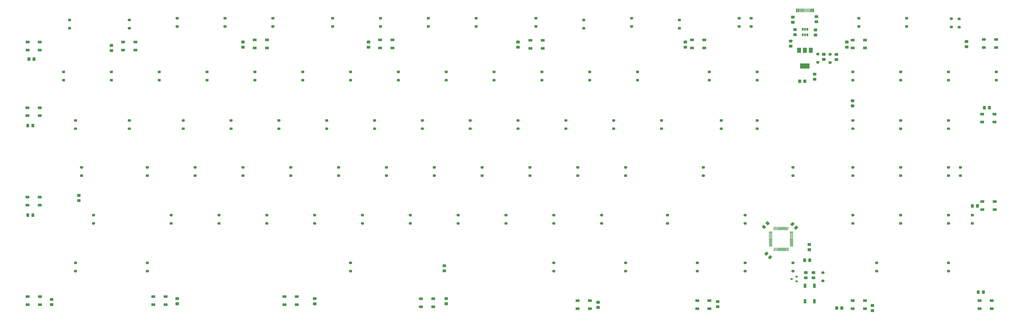
<source format=gbr>
%TF.GenerationSoftware,KiCad,Pcbnew,(5.1.6)-1*%
%TF.CreationDate,2020-08-12T20:07:55+02:00*%
%TF.ProjectId,Proyecto CFSUnderglow,50726f79-6563-4746-9f20-434653556e64,rev?*%
%TF.SameCoordinates,Original*%
%TF.FileFunction,Paste,Bot*%
%TF.FilePolarity,Positive*%
%FSLAX46Y46*%
G04 Gerber Fmt 4.6, Leading zero omitted, Abs format (unit mm)*
G04 Created by KiCad (PCBNEW (5.1.6)-1) date 2020-08-12 20:07:55*
%MOMM*%
%LPD*%
G01*
G04 APERTURE LIST*
%ADD10R,1.500000X2.000000*%
%ADD11R,3.800000X2.000000*%
%ADD12R,0.650000X1.060000*%
%ADD13R,0.300000X1.475000*%
%ADD14R,1.100000X1.800000*%
%ADD15R,0.900000X0.800000*%
%ADD16R,1.500000X1.000000*%
G04 APERTURE END LIST*
%TO.C,D100*%
G36*
G01*
X289640000Y-26000000D02*
X290340000Y-26000000D01*
G75*
G02*
X290590000Y-26250000I0J-250000D01*
G01*
X290590000Y-26750000D01*
G75*
G02*
X290340000Y-27000000I-250000J0D01*
G01*
X289640000Y-27000000D01*
G75*
G02*
X289390000Y-26750000I0J250000D01*
G01*
X289390000Y-26250000D01*
G75*
G02*
X289640000Y-26000000I250000J0D01*
G01*
G37*
G36*
G01*
X289640000Y-29300000D02*
X290340000Y-29300000D01*
G75*
G02*
X290590000Y-29550000I0J-250000D01*
G01*
X290590000Y-30050000D01*
G75*
G02*
X290340000Y-30300000I-250000J0D01*
G01*
X289640000Y-30300000D01*
G75*
G02*
X289390000Y-30050000I0J250000D01*
G01*
X289390000Y-29550000D01*
G75*
G02*
X289640000Y-29300000I250000J0D01*
G01*
G37*
%TD*%
%TO.C,R9*%
G36*
G01*
X242720000Y-142330001D02*
X242720000Y-141429999D01*
G75*
G02*
X242969999Y-141180000I249999J0D01*
G01*
X243620001Y-141180000D01*
G75*
G02*
X243870000Y-141429999I0J-249999D01*
G01*
X243870000Y-142330001D01*
G75*
G02*
X243620001Y-142580000I-249999J0D01*
G01*
X242969999Y-142580000D01*
G75*
G02*
X242720000Y-142330001I0J249999D01*
G01*
G37*
G36*
G01*
X240670000Y-142330001D02*
X240670000Y-141429999D01*
G75*
G02*
X240919999Y-141180000I249999J0D01*
G01*
X241570001Y-141180000D01*
G75*
G02*
X241820000Y-141429999I0J-249999D01*
G01*
X241820000Y-142330001D01*
G75*
G02*
X241570001Y-142580000I-249999J0D01*
G01*
X240919999Y-142580000D01*
G75*
G02*
X240670000Y-142330001I0J249999D01*
G01*
G37*
%TD*%
%TO.C,R8*%
G36*
G01*
X222449999Y-36794999D02*
X223350001Y-36794999D01*
G75*
G02*
X223600000Y-37044998I0J-249999D01*
G01*
X223600000Y-37695000D01*
G75*
G02*
X223350001Y-37944999I-249999J0D01*
G01*
X222449999Y-37944999D01*
G75*
G02*
X222200000Y-37695000I0J249999D01*
G01*
X222200000Y-37044998D01*
G75*
G02*
X222449999Y-36794999I249999J0D01*
G01*
G37*
G36*
G01*
X222449999Y-34744999D02*
X223350001Y-34744999D01*
G75*
G02*
X223600000Y-34994998I0J-249999D01*
G01*
X223600000Y-35645000D01*
G75*
G02*
X223350001Y-35894999I-249999J0D01*
G01*
X222449999Y-35894999D01*
G75*
G02*
X222200000Y-35645000I0J249999D01*
G01*
X222200000Y-34994998D01*
G75*
G02*
X222449999Y-34744999I249999J0D01*
G01*
G37*
%TD*%
%TO.C,R7*%
G36*
G01*
X-61050001Y-98405001D02*
X-60149999Y-98405001D01*
G75*
G02*
X-59900000Y-98655000I0J-249999D01*
G01*
X-59900000Y-99305002D01*
G75*
G02*
X-60149999Y-99555001I-249999J0D01*
G01*
X-61050001Y-99555001D01*
G75*
G02*
X-61300000Y-99305002I0J249999D01*
G01*
X-61300000Y-98655000D01*
G75*
G02*
X-61050001Y-98405001I249999J0D01*
G01*
G37*
G36*
G01*
X-61050001Y-96355001D02*
X-60149999Y-96355001D01*
G75*
G02*
X-59900000Y-96605000I0J-249999D01*
G01*
X-59900000Y-97255002D01*
G75*
G02*
X-60149999Y-97505001I-249999J0D01*
G01*
X-61050001Y-97505001D01*
G75*
G02*
X-61300000Y-97255002I0J249999D01*
G01*
X-61300000Y-96605000D01*
G75*
G02*
X-61050001Y-96355001I249999J0D01*
G01*
G37*
%TD*%
%TO.C,R6*%
G36*
G01*
X248000001Y-59724999D02*
X247099999Y-59724999D01*
G75*
G02*
X246850000Y-59475000I0J249999D01*
G01*
X246850000Y-58824998D01*
G75*
G02*
X247099999Y-58574999I249999J0D01*
G01*
X248000001Y-58574999D01*
G75*
G02*
X248250000Y-58824998I0J-249999D01*
G01*
X248250000Y-59475000D01*
G75*
G02*
X248000001Y-59724999I-249999J0D01*
G01*
G37*
G36*
G01*
X248000001Y-61774999D02*
X247099999Y-61774999D01*
G75*
G02*
X246850000Y-61525000I0J249999D01*
G01*
X246850000Y-60874998D01*
G75*
G02*
X247099999Y-60624999I249999J0D01*
G01*
X248000001Y-60624999D01*
G75*
G02*
X248250000Y-60874998I0J-249999D01*
G01*
X248250000Y-61525000D01*
G75*
G02*
X248000001Y-61774999I-249999J0D01*
G01*
G37*
%TD*%
D10*
%TO.C,U3*%
X226280000Y-38990001D03*
X230880000Y-38990001D03*
X228580000Y-38990001D03*
D11*
X228580000Y-45290001D03*
%TD*%
D12*
%TO.C,U2*%
X228620000Y-32850000D03*
X227670000Y-32850000D03*
X229570000Y-32850000D03*
X229570000Y-30650000D03*
X228620000Y-30650000D03*
X227670000Y-30650000D03*
%TD*%
%TO.C,U1*%
G36*
G01*
X223825000Y-117200000D02*
X222650000Y-117200000D01*
G75*
G02*
X222500000Y-117050000I0J150000D01*
G01*
X222500000Y-117050000D01*
G75*
G02*
X222650000Y-116900000I150000J0D01*
G01*
X223825000Y-116900000D01*
G75*
G02*
X223975000Y-117050000I0J-150000D01*
G01*
X223975000Y-117050000D01*
G75*
G02*
X223825000Y-117200000I-150000J0D01*
G01*
G37*
G36*
G01*
X223825000Y-116700000D02*
X222650000Y-116700000D01*
G75*
G02*
X222500000Y-116550000I0J150000D01*
G01*
X222500000Y-116550000D01*
G75*
G02*
X222650000Y-116400000I150000J0D01*
G01*
X223825000Y-116400000D01*
G75*
G02*
X223975000Y-116550000I0J-150000D01*
G01*
X223975000Y-116550000D01*
G75*
G02*
X223825000Y-116700000I-150000J0D01*
G01*
G37*
G36*
G01*
X223825000Y-116200000D02*
X222650000Y-116200000D01*
G75*
G02*
X222500000Y-116050000I0J150000D01*
G01*
X222500000Y-116050000D01*
G75*
G02*
X222650000Y-115900000I150000J0D01*
G01*
X223825000Y-115900000D01*
G75*
G02*
X223975000Y-116050000I0J-150000D01*
G01*
X223975000Y-116050000D01*
G75*
G02*
X223825000Y-116200000I-150000J0D01*
G01*
G37*
G36*
G01*
X223825000Y-115700000D02*
X222650000Y-115700000D01*
G75*
G02*
X222500000Y-115550000I0J150000D01*
G01*
X222500000Y-115550000D01*
G75*
G02*
X222650000Y-115400000I150000J0D01*
G01*
X223825000Y-115400000D01*
G75*
G02*
X223975000Y-115550000I0J-150000D01*
G01*
X223975000Y-115550000D01*
G75*
G02*
X223825000Y-115700000I-150000J0D01*
G01*
G37*
G36*
G01*
X223825000Y-115200000D02*
X222650000Y-115200000D01*
G75*
G02*
X222500000Y-115050000I0J150000D01*
G01*
X222500000Y-115050000D01*
G75*
G02*
X222650000Y-114900000I150000J0D01*
G01*
X223825000Y-114900000D01*
G75*
G02*
X223975000Y-115050000I0J-150000D01*
G01*
X223975000Y-115050000D01*
G75*
G02*
X223825000Y-115200000I-150000J0D01*
G01*
G37*
G36*
G01*
X223825000Y-114700000D02*
X222650000Y-114700000D01*
G75*
G02*
X222500000Y-114550000I0J150000D01*
G01*
X222500000Y-114550000D01*
G75*
G02*
X222650000Y-114400000I150000J0D01*
G01*
X223825000Y-114400000D01*
G75*
G02*
X223975000Y-114550000I0J-150000D01*
G01*
X223975000Y-114550000D01*
G75*
G02*
X223825000Y-114700000I-150000J0D01*
G01*
G37*
G36*
G01*
X223825000Y-114200000D02*
X222650000Y-114200000D01*
G75*
G02*
X222500000Y-114050000I0J150000D01*
G01*
X222500000Y-114050000D01*
G75*
G02*
X222650000Y-113900000I150000J0D01*
G01*
X223825000Y-113900000D01*
G75*
G02*
X223975000Y-114050000I0J-150000D01*
G01*
X223975000Y-114050000D01*
G75*
G02*
X223825000Y-114200000I-150000J0D01*
G01*
G37*
G36*
G01*
X223825000Y-113700000D02*
X222650000Y-113700000D01*
G75*
G02*
X222500000Y-113550000I0J150000D01*
G01*
X222500000Y-113550000D01*
G75*
G02*
X222650000Y-113400000I150000J0D01*
G01*
X223825000Y-113400000D01*
G75*
G02*
X223975000Y-113550000I0J-150000D01*
G01*
X223975000Y-113550000D01*
G75*
G02*
X223825000Y-113700000I-150000J0D01*
G01*
G37*
G36*
G01*
X223825000Y-113200000D02*
X222650000Y-113200000D01*
G75*
G02*
X222500000Y-113050000I0J150000D01*
G01*
X222500000Y-113050000D01*
G75*
G02*
X222650000Y-112900000I150000J0D01*
G01*
X223825000Y-112900000D01*
G75*
G02*
X223975000Y-113050000I0J-150000D01*
G01*
X223975000Y-113050000D01*
G75*
G02*
X223825000Y-113200000I-150000J0D01*
G01*
G37*
G36*
G01*
X223825000Y-112700000D02*
X222650000Y-112700000D01*
G75*
G02*
X222500000Y-112550000I0J150000D01*
G01*
X222500000Y-112550000D01*
G75*
G02*
X222650000Y-112400000I150000J0D01*
G01*
X223825000Y-112400000D01*
G75*
G02*
X223975000Y-112550000I0J-150000D01*
G01*
X223975000Y-112550000D01*
G75*
G02*
X223825000Y-112700000I-150000J0D01*
G01*
G37*
G36*
G01*
X223825000Y-112200000D02*
X222650000Y-112200000D01*
G75*
G02*
X222500000Y-112050000I0J150000D01*
G01*
X222500000Y-112050000D01*
G75*
G02*
X222650000Y-111900000I150000J0D01*
G01*
X223825000Y-111900000D01*
G75*
G02*
X223975000Y-112050000I0J-150000D01*
G01*
X223975000Y-112050000D01*
G75*
G02*
X223825000Y-112200000I-150000J0D01*
G01*
G37*
G36*
G01*
X223825000Y-111700000D02*
X222650000Y-111700000D01*
G75*
G02*
X222500000Y-111550000I0J150000D01*
G01*
X222500000Y-111550000D01*
G75*
G02*
X222650000Y-111400000I150000J0D01*
G01*
X223825000Y-111400000D01*
G75*
G02*
X223975000Y-111550000I0J-150000D01*
G01*
X223975000Y-111550000D01*
G75*
G02*
X223825000Y-111700000I-150000J0D01*
G01*
G37*
G36*
G01*
X221825000Y-110875000D02*
X221825000Y-110875000D01*
G75*
G02*
X221675000Y-110725000I0J150000D01*
G01*
X221675000Y-109550000D01*
G75*
G02*
X221825000Y-109400000I150000J0D01*
G01*
X221825000Y-109400000D01*
G75*
G02*
X221975000Y-109550000I0J-150000D01*
G01*
X221975000Y-110725000D01*
G75*
G02*
X221825000Y-110875000I-150000J0D01*
G01*
G37*
G36*
G01*
X221325000Y-110875000D02*
X221325000Y-110875000D01*
G75*
G02*
X221175000Y-110725000I0J150000D01*
G01*
X221175000Y-109550000D01*
G75*
G02*
X221325000Y-109400000I150000J0D01*
G01*
X221325000Y-109400000D01*
G75*
G02*
X221475000Y-109550000I0J-150000D01*
G01*
X221475000Y-110725000D01*
G75*
G02*
X221325000Y-110875000I-150000J0D01*
G01*
G37*
G36*
G01*
X220825000Y-110875000D02*
X220825000Y-110875000D01*
G75*
G02*
X220675000Y-110725000I0J150000D01*
G01*
X220675000Y-109550000D01*
G75*
G02*
X220825000Y-109400000I150000J0D01*
G01*
X220825000Y-109400000D01*
G75*
G02*
X220975000Y-109550000I0J-150000D01*
G01*
X220975000Y-110725000D01*
G75*
G02*
X220825000Y-110875000I-150000J0D01*
G01*
G37*
G36*
G01*
X220325000Y-110875000D02*
X220325000Y-110875000D01*
G75*
G02*
X220175000Y-110725000I0J150000D01*
G01*
X220175000Y-109550000D01*
G75*
G02*
X220325000Y-109400000I150000J0D01*
G01*
X220325000Y-109400000D01*
G75*
G02*
X220475000Y-109550000I0J-150000D01*
G01*
X220475000Y-110725000D01*
G75*
G02*
X220325000Y-110875000I-150000J0D01*
G01*
G37*
G36*
G01*
X219825000Y-110875000D02*
X219825000Y-110875000D01*
G75*
G02*
X219675000Y-110725000I0J150000D01*
G01*
X219675000Y-109550000D01*
G75*
G02*
X219825000Y-109400000I150000J0D01*
G01*
X219825000Y-109400000D01*
G75*
G02*
X219975000Y-109550000I0J-150000D01*
G01*
X219975000Y-110725000D01*
G75*
G02*
X219825000Y-110875000I-150000J0D01*
G01*
G37*
G36*
G01*
X219325000Y-110875000D02*
X219325000Y-110875000D01*
G75*
G02*
X219175000Y-110725000I0J150000D01*
G01*
X219175000Y-109550000D01*
G75*
G02*
X219325000Y-109400000I150000J0D01*
G01*
X219325000Y-109400000D01*
G75*
G02*
X219475000Y-109550000I0J-150000D01*
G01*
X219475000Y-110725000D01*
G75*
G02*
X219325000Y-110875000I-150000J0D01*
G01*
G37*
G36*
G01*
X218825000Y-110875000D02*
X218825000Y-110875000D01*
G75*
G02*
X218675000Y-110725000I0J150000D01*
G01*
X218675000Y-109550000D01*
G75*
G02*
X218825000Y-109400000I150000J0D01*
G01*
X218825000Y-109400000D01*
G75*
G02*
X218975000Y-109550000I0J-150000D01*
G01*
X218975000Y-110725000D01*
G75*
G02*
X218825000Y-110875000I-150000J0D01*
G01*
G37*
G36*
G01*
X218325000Y-110875000D02*
X218325000Y-110875000D01*
G75*
G02*
X218175000Y-110725000I0J150000D01*
G01*
X218175000Y-109550000D01*
G75*
G02*
X218325000Y-109400000I150000J0D01*
G01*
X218325000Y-109400000D01*
G75*
G02*
X218475000Y-109550000I0J-150000D01*
G01*
X218475000Y-110725000D01*
G75*
G02*
X218325000Y-110875000I-150000J0D01*
G01*
G37*
G36*
G01*
X217825000Y-110875000D02*
X217825000Y-110875000D01*
G75*
G02*
X217675000Y-110725000I0J150000D01*
G01*
X217675000Y-109550000D01*
G75*
G02*
X217825000Y-109400000I150000J0D01*
G01*
X217825000Y-109400000D01*
G75*
G02*
X217975000Y-109550000I0J-150000D01*
G01*
X217975000Y-110725000D01*
G75*
G02*
X217825000Y-110875000I-150000J0D01*
G01*
G37*
G36*
G01*
X217325000Y-110875000D02*
X217325000Y-110875000D01*
G75*
G02*
X217175000Y-110725000I0J150000D01*
G01*
X217175000Y-109550000D01*
G75*
G02*
X217325000Y-109400000I150000J0D01*
G01*
X217325000Y-109400000D01*
G75*
G02*
X217475000Y-109550000I0J-150000D01*
G01*
X217475000Y-110725000D01*
G75*
G02*
X217325000Y-110875000I-150000J0D01*
G01*
G37*
G36*
G01*
X216825000Y-110875000D02*
X216825000Y-110875000D01*
G75*
G02*
X216675000Y-110725000I0J150000D01*
G01*
X216675000Y-109550000D01*
G75*
G02*
X216825000Y-109400000I150000J0D01*
G01*
X216825000Y-109400000D01*
G75*
G02*
X216975000Y-109550000I0J-150000D01*
G01*
X216975000Y-110725000D01*
G75*
G02*
X216825000Y-110875000I-150000J0D01*
G01*
G37*
G36*
G01*
X216325000Y-110875000D02*
X216325000Y-110875000D01*
G75*
G02*
X216175000Y-110725000I0J150000D01*
G01*
X216175000Y-109550000D01*
G75*
G02*
X216325000Y-109400000I150000J0D01*
G01*
X216325000Y-109400000D01*
G75*
G02*
X216475000Y-109550000I0J-150000D01*
G01*
X216475000Y-110725000D01*
G75*
G02*
X216325000Y-110875000I-150000J0D01*
G01*
G37*
G36*
G01*
X215500000Y-111700000D02*
X214325000Y-111700000D01*
G75*
G02*
X214175000Y-111550000I0J150000D01*
G01*
X214175000Y-111550000D01*
G75*
G02*
X214325000Y-111400000I150000J0D01*
G01*
X215500000Y-111400000D01*
G75*
G02*
X215650000Y-111550000I0J-150000D01*
G01*
X215650000Y-111550000D01*
G75*
G02*
X215500000Y-111700000I-150000J0D01*
G01*
G37*
G36*
G01*
X215500000Y-112200000D02*
X214325000Y-112200000D01*
G75*
G02*
X214175000Y-112050000I0J150000D01*
G01*
X214175000Y-112050000D01*
G75*
G02*
X214325000Y-111900000I150000J0D01*
G01*
X215500000Y-111900000D01*
G75*
G02*
X215650000Y-112050000I0J-150000D01*
G01*
X215650000Y-112050000D01*
G75*
G02*
X215500000Y-112200000I-150000J0D01*
G01*
G37*
G36*
G01*
X215500000Y-112700000D02*
X214325000Y-112700000D01*
G75*
G02*
X214175000Y-112550000I0J150000D01*
G01*
X214175000Y-112550000D01*
G75*
G02*
X214325000Y-112400000I150000J0D01*
G01*
X215500000Y-112400000D01*
G75*
G02*
X215650000Y-112550000I0J-150000D01*
G01*
X215650000Y-112550000D01*
G75*
G02*
X215500000Y-112700000I-150000J0D01*
G01*
G37*
G36*
G01*
X215500000Y-113200000D02*
X214325000Y-113200000D01*
G75*
G02*
X214175000Y-113050000I0J150000D01*
G01*
X214175000Y-113050000D01*
G75*
G02*
X214325000Y-112900000I150000J0D01*
G01*
X215500000Y-112900000D01*
G75*
G02*
X215650000Y-113050000I0J-150000D01*
G01*
X215650000Y-113050000D01*
G75*
G02*
X215500000Y-113200000I-150000J0D01*
G01*
G37*
G36*
G01*
X215500000Y-113700000D02*
X214325000Y-113700000D01*
G75*
G02*
X214175000Y-113550000I0J150000D01*
G01*
X214175000Y-113550000D01*
G75*
G02*
X214325000Y-113400000I150000J0D01*
G01*
X215500000Y-113400000D01*
G75*
G02*
X215650000Y-113550000I0J-150000D01*
G01*
X215650000Y-113550000D01*
G75*
G02*
X215500000Y-113700000I-150000J0D01*
G01*
G37*
G36*
G01*
X215500000Y-114200000D02*
X214325000Y-114200000D01*
G75*
G02*
X214175000Y-114050000I0J150000D01*
G01*
X214175000Y-114050000D01*
G75*
G02*
X214325000Y-113900000I150000J0D01*
G01*
X215500000Y-113900000D01*
G75*
G02*
X215650000Y-114050000I0J-150000D01*
G01*
X215650000Y-114050000D01*
G75*
G02*
X215500000Y-114200000I-150000J0D01*
G01*
G37*
G36*
G01*
X215500000Y-114700000D02*
X214325000Y-114700000D01*
G75*
G02*
X214175000Y-114550000I0J150000D01*
G01*
X214175000Y-114550000D01*
G75*
G02*
X214325000Y-114400000I150000J0D01*
G01*
X215500000Y-114400000D01*
G75*
G02*
X215650000Y-114550000I0J-150000D01*
G01*
X215650000Y-114550000D01*
G75*
G02*
X215500000Y-114700000I-150000J0D01*
G01*
G37*
G36*
G01*
X215500000Y-115200000D02*
X214325000Y-115200000D01*
G75*
G02*
X214175000Y-115050000I0J150000D01*
G01*
X214175000Y-115050000D01*
G75*
G02*
X214325000Y-114900000I150000J0D01*
G01*
X215500000Y-114900000D01*
G75*
G02*
X215650000Y-115050000I0J-150000D01*
G01*
X215650000Y-115050000D01*
G75*
G02*
X215500000Y-115200000I-150000J0D01*
G01*
G37*
G36*
G01*
X215500000Y-115700000D02*
X214325000Y-115700000D01*
G75*
G02*
X214175000Y-115550000I0J150000D01*
G01*
X214175000Y-115550000D01*
G75*
G02*
X214325000Y-115400000I150000J0D01*
G01*
X215500000Y-115400000D01*
G75*
G02*
X215650000Y-115550000I0J-150000D01*
G01*
X215650000Y-115550000D01*
G75*
G02*
X215500000Y-115700000I-150000J0D01*
G01*
G37*
G36*
G01*
X215500000Y-116200000D02*
X214325000Y-116200000D01*
G75*
G02*
X214175000Y-116050000I0J150000D01*
G01*
X214175000Y-116050000D01*
G75*
G02*
X214325000Y-115900000I150000J0D01*
G01*
X215500000Y-115900000D01*
G75*
G02*
X215650000Y-116050000I0J-150000D01*
G01*
X215650000Y-116050000D01*
G75*
G02*
X215500000Y-116200000I-150000J0D01*
G01*
G37*
G36*
G01*
X215500000Y-116700000D02*
X214325000Y-116700000D01*
G75*
G02*
X214175000Y-116550000I0J150000D01*
G01*
X214175000Y-116550000D01*
G75*
G02*
X214325000Y-116400000I150000J0D01*
G01*
X215500000Y-116400000D01*
G75*
G02*
X215650000Y-116550000I0J-150000D01*
G01*
X215650000Y-116550000D01*
G75*
G02*
X215500000Y-116700000I-150000J0D01*
G01*
G37*
G36*
G01*
X215500000Y-117200000D02*
X214325000Y-117200000D01*
G75*
G02*
X214175000Y-117050000I0J150000D01*
G01*
X214175000Y-117050000D01*
G75*
G02*
X214325000Y-116900000I150000J0D01*
G01*
X215500000Y-116900000D01*
G75*
G02*
X215650000Y-117050000I0J-150000D01*
G01*
X215650000Y-117050000D01*
G75*
G02*
X215500000Y-117200000I-150000J0D01*
G01*
G37*
G36*
G01*
X216325000Y-119200000D02*
X216325000Y-119200000D01*
G75*
G02*
X216175000Y-119050000I0J150000D01*
G01*
X216175000Y-117875000D01*
G75*
G02*
X216325000Y-117725000I150000J0D01*
G01*
X216325000Y-117725000D01*
G75*
G02*
X216475000Y-117875000I0J-150000D01*
G01*
X216475000Y-119050000D01*
G75*
G02*
X216325000Y-119200000I-150000J0D01*
G01*
G37*
G36*
G01*
X216825000Y-119200000D02*
X216825000Y-119200000D01*
G75*
G02*
X216675000Y-119050000I0J150000D01*
G01*
X216675000Y-117875000D01*
G75*
G02*
X216825000Y-117725000I150000J0D01*
G01*
X216825000Y-117725000D01*
G75*
G02*
X216975000Y-117875000I0J-150000D01*
G01*
X216975000Y-119050000D01*
G75*
G02*
X216825000Y-119200000I-150000J0D01*
G01*
G37*
G36*
G01*
X217325000Y-119200000D02*
X217325000Y-119200000D01*
G75*
G02*
X217175000Y-119050000I0J150000D01*
G01*
X217175000Y-117875000D01*
G75*
G02*
X217325000Y-117725000I150000J0D01*
G01*
X217325000Y-117725000D01*
G75*
G02*
X217475000Y-117875000I0J-150000D01*
G01*
X217475000Y-119050000D01*
G75*
G02*
X217325000Y-119200000I-150000J0D01*
G01*
G37*
G36*
G01*
X217825000Y-119200000D02*
X217825000Y-119200000D01*
G75*
G02*
X217675000Y-119050000I0J150000D01*
G01*
X217675000Y-117875000D01*
G75*
G02*
X217825000Y-117725000I150000J0D01*
G01*
X217825000Y-117725000D01*
G75*
G02*
X217975000Y-117875000I0J-150000D01*
G01*
X217975000Y-119050000D01*
G75*
G02*
X217825000Y-119200000I-150000J0D01*
G01*
G37*
G36*
G01*
X218325000Y-119200000D02*
X218325000Y-119200000D01*
G75*
G02*
X218175000Y-119050000I0J150000D01*
G01*
X218175000Y-117875000D01*
G75*
G02*
X218325000Y-117725000I150000J0D01*
G01*
X218325000Y-117725000D01*
G75*
G02*
X218475000Y-117875000I0J-150000D01*
G01*
X218475000Y-119050000D01*
G75*
G02*
X218325000Y-119200000I-150000J0D01*
G01*
G37*
G36*
G01*
X218825000Y-119200000D02*
X218825000Y-119200000D01*
G75*
G02*
X218675000Y-119050000I0J150000D01*
G01*
X218675000Y-117875000D01*
G75*
G02*
X218825000Y-117725000I150000J0D01*
G01*
X218825000Y-117725000D01*
G75*
G02*
X218975000Y-117875000I0J-150000D01*
G01*
X218975000Y-119050000D01*
G75*
G02*
X218825000Y-119200000I-150000J0D01*
G01*
G37*
G36*
G01*
X219325000Y-119200000D02*
X219325000Y-119200000D01*
G75*
G02*
X219175000Y-119050000I0J150000D01*
G01*
X219175000Y-117875000D01*
G75*
G02*
X219325000Y-117725000I150000J0D01*
G01*
X219325000Y-117725000D01*
G75*
G02*
X219475000Y-117875000I0J-150000D01*
G01*
X219475000Y-119050000D01*
G75*
G02*
X219325000Y-119200000I-150000J0D01*
G01*
G37*
G36*
G01*
X219825000Y-119200000D02*
X219825000Y-119200000D01*
G75*
G02*
X219675000Y-119050000I0J150000D01*
G01*
X219675000Y-117875000D01*
G75*
G02*
X219825000Y-117725000I150000J0D01*
G01*
X219825000Y-117725000D01*
G75*
G02*
X219975000Y-117875000I0J-150000D01*
G01*
X219975000Y-119050000D01*
G75*
G02*
X219825000Y-119200000I-150000J0D01*
G01*
G37*
G36*
G01*
X220325000Y-119200000D02*
X220325000Y-119200000D01*
G75*
G02*
X220175000Y-119050000I0J150000D01*
G01*
X220175000Y-117875000D01*
G75*
G02*
X220325000Y-117725000I150000J0D01*
G01*
X220325000Y-117725000D01*
G75*
G02*
X220475000Y-117875000I0J-150000D01*
G01*
X220475000Y-119050000D01*
G75*
G02*
X220325000Y-119200000I-150000J0D01*
G01*
G37*
G36*
G01*
X220825000Y-119200000D02*
X220825000Y-119200000D01*
G75*
G02*
X220675000Y-119050000I0J150000D01*
G01*
X220675000Y-117875000D01*
G75*
G02*
X220825000Y-117725000I150000J0D01*
G01*
X220825000Y-117725000D01*
G75*
G02*
X220975000Y-117875000I0J-150000D01*
G01*
X220975000Y-119050000D01*
G75*
G02*
X220825000Y-119200000I-150000J0D01*
G01*
G37*
G36*
G01*
X221325000Y-119200000D02*
X221325000Y-119200000D01*
G75*
G02*
X221175000Y-119050000I0J150000D01*
G01*
X221175000Y-117875000D01*
G75*
G02*
X221325000Y-117725000I150000J0D01*
G01*
X221325000Y-117725000D01*
G75*
G02*
X221475000Y-117875000I0J-150000D01*
G01*
X221475000Y-119050000D01*
G75*
G02*
X221325000Y-119200000I-150000J0D01*
G01*
G37*
D13*
X221825000Y-118462500D03*
%TD*%
D14*
%TO.C,SW1*%
X232340001Y-139180000D03*
X232340001Y-132980000D03*
X228640001Y-139180000D03*
X228640001Y-132980000D03*
%TD*%
%TO.C,R5*%
G36*
G01*
X240669999Y-42125001D02*
X241570001Y-42125001D01*
G75*
G02*
X241820000Y-42375000I0J-249999D01*
G01*
X241820000Y-43025002D01*
G75*
G02*
X241570001Y-43275001I-249999J0D01*
G01*
X240669999Y-43275001D01*
G75*
G02*
X240420000Y-43025002I0J249999D01*
G01*
X240420000Y-42375000D01*
G75*
G02*
X240669999Y-42125001I249999J0D01*
G01*
G37*
G36*
G01*
X240669999Y-40075001D02*
X241570001Y-40075001D01*
G75*
G02*
X241820000Y-40325000I0J-249999D01*
G01*
X241820000Y-40975002D01*
G75*
G02*
X241570001Y-41225001I-249999J0D01*
G01*
X240669999Y-41225001D01*
G75*
G02*
X240420000Y-40975002I0J249999D01*
G01*
X240420000Y-40325000D01*
G75*
G02*
X240669999Y-40075001I249999J0D01*
G01*
G37*
%TD*%
%TO.C,R4*%
G36*
G01*
X231539999Y-129224999D02*
X232440001Y-129224999D01*
G75*
G02*
X232690000Y-129474998I0J-249999D01*
G01*
X232690000Y-130125000D01*
G75*
G02*
X232440001Y-130374999I-249999J0D01*
G01*
X231539999Y-130374999D01*
G75*
G02*
X231290000Y-130125000I0J249999D01*
G01*
X231290000Y-129474998D01*
G75*
G02*
X231539999Y-129224999I249999J0D01*
G01*
G37*
G36*
G01*
X231539999Y-127174999D02*
X232440001Y-127174999D01*
G75*
G02*
X232690000Y-127424998I0J-249999D01*
G01*
X232690000Y-128075000D01*
G75*
G02*
X232440001Y-128324999I-249999J0D01*
G01*
X231539999Y-128324999D01*
G75*
G02*
X231290000Y-128075000I0J249999D01*
G01*
X231290000Y-127424998D01*
G75*
G02*
X231539999Y-127174999I249999J0D01*
G01*
G37*
%TD*%
%TO.C,R3*%
G36*
G01*
X233250001Y-31440000D02*
X232349999Y-31440000D01*
G75*
G02*
X232100000Y-31190001I0J249999D01*
G01*
X232100000Y-30539999D01*
G75*
G02*
X232349999Y-30290000I249999J0D01*
G01*
X233250001Y-30290000D01*
G75*
G02*
X233500000Y-30539999I0J-249999D01*
G01*
X233500000Y-31190001D01*
G75*
G02*
X233250001Y-31440000I-249999J0D01*
G01*
G37*
G36*
G01*
X233250001Y-33490000D02*
X232349999Y-33490000D01*
G75*
G02*
X232100000Y-33240001I0J249999D01*
G01*
X232100000Y-32589999D01*
G75*
G02*
X232349999Y-32340000I249999J0D01*
G01*
X233250001Y-32340000D01*
G75*
G02*
X233500000Y-32589999I0J-249999D01*
G01*
X233500000Y-33240001D01*
G75*
G02*
X233250001Y-33490000I-249999J0D01*
G01*
G37*
%TD*%
%TO.C,R2*%
G36*
G01*
X225100001Y-31324999D02*
X224199999Y-31324999D01*
G75*
G02*
X223950000Y-31075000I0J249999D01*
G01*
X223950000Y-30424998D01*
G75*
G02*
X224199999Y-30174999I249999J0D01*
G01*
X225100001Y-30174999D01*
G75*
G02*
X225350000Y-30424998I0J-249999D01*
G01*
X225350000Y-31075000D01*
G75*
G02*
X225100001Y-31324999I-249999J0D01*
G01*
G37*
G36*
G01*
X225100001Y-33374999D02*
X224199999Y-33374999D01*
G75*
G02*
X223950000Y-33125000I0J249999D01*
G01*
X223950000Y-32474998D01*
G75*
G02*
X224199999Y-32224999I249999J0D01*
G01*
X225100001Y-32224999D01*
G75*
G02*
X225350000Y-32474998I0J-249999D01*
G01*
X225350000Y-33125000D01*
G75*
G02*
X225100001Y-33374999I-249999J0D01*
G01*
G37*
%TD*%
%TO.C,R1*%
G36*
G01*
X232699999Y-27060000D02*
X233600001Y-27060000D01*
G75*
G02*
X233850000Y-27309999I0J-249999D01*
G01*
X233850000Y-27960001D01*
G75*
G02*
X233600001Y-28210000I-249999J0D01*
G01*
X232699999Y-28210000D01*
G75*
G02*
X232450000Y-27960001I0J249999D01*
G01*
X232450000Y-27309999D01*
G75*
G02*
X232699999Y-27060000I249999J0D01*
G01*
G37*
G36*
G01*
X232699999Y-25010000D02*
X233600001Y-25010000D01*
G75*
G02*
X233850000Y-25259999I0J-249999D01*
G01*
X233850000Y-25910001D01*
G75*
G02*
X233600001Y-26160000I-249999J0D01*
G01*
X232699999Y-26160000D01*
G75*
G02*
X232450000Y-25910001I0J249999D01*
G01*
X232450000Y-25259999D01*
G75*
G02*
X232699999Y-25010000I249999J0D01*
G01*
G37*
%TD*%
D15*
%TO.C,Q1*%
X223280000Y-130280000D03*
X225280000Y-131230000D03*
X225280000Y-129330000D03*
%TD*%
%TO.C,J1*%
G36*
G01*
X225050000Y-23662500D02*
X225050000Y-22512500D01*
G75*
G02*
X225200000Y-22362500I150000J0D01*
G01*
X225500000Y-22362500D01*
G75*
G02*
X225650000Y-22512500I0J-150000D01*
G01*
X225650000Y-23662500D01*
G75*
G02*
X225500000Y-23812500I-150000J0D01*
G01*
X225200000Y-23812500D01*
G75*
G02*
X225050000Y-23662500I0J150000D01*
G01*
G37*
G36*
G01*
X226700000Y-23737500D02*
X226700000Y-22437500D01*
G75*
G02*
X226775000Y-22362500I75000J0D01*
G01*
X226925000Y-22362500D01*
G75*
G02*
X227000000Y-22437500I0J-75000D01*
G01*
X227000000Y-23737500D01*
G75*
G02*
X226925000Y-23812500I-75000J0D01*
G01*
X226775000Y-23812500D01*
G75*
G02*
X226700000Y-23737500I0J75000D01*
G01*
G37*
G36*
G01*
X227200000Y-23737500D02*
X227200000Y-22437500D01*
G75*
G02*
X227275000Y-22362500I75000J0D01*
G01*
X227425000Y-22362500D01*
G75*
G02*
X227500000Y-22437500I0J-75000D01*
G01*
X227500000Y-23737500D01*
G75*
G02*
X227425000Y-23812500I-75000J0D01*
G01*
X227275000Y-23812500D01*
G75*
G02*
X227200000Y-23737500I0J75000D01*
G01*
G37*
G36*
G01*
X227700000Y-23737500D02*
X227700000Y-22437500D01*
G75*
G02*
X227775000Y-22362500I75000J0D01*
G01*
X227925000Y-22362500D01*
G75*
G02*
X228000000Y-22437500I0J-75000D01*
G01*
X228000000Y-23737500D01*
G75*
G02*
X227925000Y-23812500I-75000J0D01*
G01*
X227775000Y-23812500D01*
G75*
G02*
X227700000Y-23737500I0J75000D01*
G01*
G37*
G36*
G01*
X228196000Y-23737500D02*
X228196000Y-22437500D01*
G75*
G02*
X228271000Y-22362500I75000J0D01*
G01*
X228421000Y-22362500D01*
G75*
G02*
X228496000Y-22437500I0J-75000D01*
G01*
X228496000Y-23737500D01*
G75*
G02*
X228421000Y-23812500I-75000J0D01*
G01*
X228271000Y-23812500D01*
G75*
G02*
X228196000Y-23737500I0J75000D01*
G01*
G37*
G36*
G01*
X230200000Y-23737500D02*
X230200000Y-22437500D01*
G75*
G02*
X230275000Y-22362500I75000J0D01*
G01*
X230425000Y-22362500D01*
G75*
G02*
X230500000Y-22437500I0J-75000D01*
G01*
X230500000Y-23737500D01*
G75*
G02*
X230425000Y-23812500I-75000J0D01*
G01*
X230275000Y-23812500D01*
G75*
G02*
X230200000Y-23737500I0J75000D01*
G01*
G37*
G36*
G01*
X229700000Y-23737500D02*
X229700000Y-22437500D01*
G75*
G02*
X229775000Y-22362500I75000J0D01*
G01*
X229925000Y-22362500D01*
G75*
G02*
X230000000Y-22437500I0J-75000D01*
G01*
X230000000Y-23737500D01*
G75*
G02*
X229925000Y-23812500I-75000J0D01*
G01*
X229775000Y-23812500D01*
G75*
G02*
X229700000Y-23737500I0J75000D01*
G01*
G37*
G36*
G01*
X229200000Y-23737500D02*
X229200000Y-22437500D01*
G75*
G02*
X229275000Y-22362500I75000J0D01*
G01*
X229425000Y-22362500D01*
G75*
G02*
X229500000Y-22437500I0J-75000D01*
G01*
X229500000Y-23737500D01*
G75*
G02*
X229425000Y-23812500I-75000J0D01*
G01*
X229275000Y-23812500D01*
G75*
G02*
X229200000Y-23737500I0J75000D01*
G01*
G37*
G36*
G01*
X228700000Y-23737500D02*
X228700000Y-22437500D01*
G75*
G02*
X228775000Y-22362500I75000J0D01*
G01*
X228925000Y-22362500D01*
G75*
G02*
X229000000Y-22437500I0J-75000D01*
G01*
X229000000Y-23737500D01*
G75*
G02*
X228925000Y-23812500I-75000J0D01*
G01*
X228775000Y-23812500D01*
G75*
G02*
X228700000Y-23737500I0J75000D01*
G01*
G37*
G36*
G01*
X225850000Y-23662500D02*
X225850000Y-22512500D01*
G75*
G02*
X226000000Y-22362500I150000J0D01*
G01*
X226300000Y-22362500D01*
G75*
G02*
X226450000Y-22512500I0J-150000D01*
G01*
X226450000Y-23662500D01*
G75*
G02*
X226300000Y-23812500I-150000J0D01*
G01*
X226000000Y-23812500D01*
G75*
G02*
X225850000Y-23662500I0J150000D01*
G01*
G37*
G36*
G01*
X231550000Y-23662500D02*
X231550000Y-22512500D01*
G75*
G02*
X231700000Y-22362500I150000J0D01*
G01*
X232000000Y-22362500D01*
G75*
G02*
X232150000Y-22512500I0J-150000D01*
G01*
X232150000Y-23662500D01*
G75*
G02*
X232000000Y-23812500I-150000J0D01*
G01*
X231700000Y-23812500D01*
G75*
G02*
X231550000Y-23662500I0J150000D01*
G01*
G37*
G36*
G01*
X230750000Y-23662500D02*
X230750000Y-22512500D01*
G75*
G02*
X230900000Y-22362500I150000J0D01*
G01*
X231200000Y-22362500D01*
G75*
G02*
X231350000Y-22512500I0J-150000D01*
G01*
X231350000Y-23662500D01*
G75*
G02*
X231200000Y-23812500I-150000J0D01*
G01*
X230900000Y-23812500D01*
G75*
G02*
X230750000Y-23662500I0J150000D01*
G01*
G37*
%TD*%
%TO.C,DF1*%
G36*
G01*
X238240000Y-40100000D02*
X238940000Y-40100000D01*
G75*
G02*
X239190000Y-40350000I0J-250000D01*
G01*
X239190000Y-40850000D01*
G75*
G02*
X238940000Y-41100000I-250000J0D01*
G01*
X238240000Y-41100000D01*
G75*
G02*
X237990000Y-40850000I0J250000D01*
G01*
X237990000Y-40350000D01*
G75*
G02*
X238240000Y-40100000I250000J0D01*
G01*
G37*
G36*
G01*
X238240000Y-43400000D02*
X238940000Y-43400000D01*
G75*
G02*
X239190000Y-43650000I0J-250000D01*
G01*
X239190000Y-44150000D01*
G75*
G02*
X238940000Y-44400000I-250000J0D01*
G01*
X238240000Y-44400000D01*
G75*
G02*
X237990000Y-44150000I0J250000D01*
G01*
X237990000Y-43650000D01*
G75*
G02*
X238240000Y-43400000I250000J0D01*
G01*
G37*
%TD*%
%TO.C,D123*%
G36*
G01*
X294925000Y-104275000D02*
X295625000Y-104275000D01*
G75*
G02*
X295875000Y-104525000I0J-250000D01*
G01*
X295875000Y-105025000D01*
G75*
G02*
X295625000Y-105275000I-250000J0D01*
G01*
X294925000Y-105275000D01*
G75*
G02*
X294675000Y-105025000I0J250000D01*
G01*
X294675000Y-104525000D01*
G75*
G02*
X294925000Y-104275000I250000J0D01*
G01*
G37*
G36*
G01*
X294925000Y-107575000D02*
X295625000Y-107575000D01*
G75*
G02*
X295875000Y-107825000I0J-250000D01*
G01*
X295875000Y-108325000D01*
G75*
G02*
X295625000Y-108575000I-250000J0D01*
G01*
X294925000Y-108575000D01*
G75*
G02*
X294675000Y-108325000I0J250000D01*
G01*
X294675000Y-107825000D01*
G75*
G02*
X294925000Y-107575000I250000J0D01*
G01*
G37*
%TD*%
D16*
%TO.C,D122*%
X185668750Y-142093750D03*
X185668750Y-138893750D03*
X190568750Y-142093750D03*
X190568750Y-138893750D03*
%TD*%
%TO.C,D121*%
X9456250Y-38100000D03*
X9456250Y-34900000D03*
X14356250Y-38100000D03*
X14356250Y-34900000D03*
%TD*%
%TO.C,D120*%
X138043750Y-142093750D03*
X138043750Y-138893750D03*
X142943750Y-142093750D03*
X142943750Y-138893750D03*
%TD*%
%TO.C,D119*%
X59393750Y-38100000D03*
X59393750Y-34900000D03*
X64293750Y-38100000D03*
X64293750Y-34900000D03*
%TD*%
%TO.C,D118*%
X75610000Y-141380000D03*
X75610000Y-138180000D03*
X80510000Y-141380000D03*
X80510000Y-138180000D03*
%TD*%
%TO.C,D117*%
X119220000Y-38260000D03*
X119220000Y-35060000D03*
X124120000Y-38260000D03*
X124120000Y-35060000D03*
%TD*%
%TO.C,D116*%
X21300000Y-140530000D03*
X21300000Y-137330000D03*
X26200000Y-140530000D03*
X26200000Y-137330000D03*
%TD*%
%TO.C,D115*%
X183630000Y-38100000D03*
X183630000Y-34900000D03*
X188530000Y-38100000D03*
X188530000Y-34900000D03*
%TD*%
%TO.C,D114*%
X-30956250Y-140493750D03*
X-30956250Y-137293750D03*
X-26056250Y-140493750D03*
X-26056250Y-137293750D03*
%TD*%
%TO.C,D113*%
X247610000Y-38110000D03*
X247610000Y-34910000D03*
X252510000Y-38110000D03*
X252510000Y-34910000D03*
%TD*%
%TO.C,D112*%
X-80962500Y-140493750D03*
X-80962500Y-137293750D03*
X-76062500Y-140493750D03*
X-76062500Y-137293750D03*
%TD*%
%TO.C,D111*%
X299840000Y-37880000D03*
X299840000Y-34680000D03*
X304740000Y-37880000D03*
X304740000Y-34680000D03*
%TD*%
%TO.C,D110*%
X-81100000Y-100831250D03*
X-81100000Y-97631250D03*
X-76200000Y-100831250D03*
X-76200000Y-97631250D03*
%TD*%
%TO.C,D109*%
X299170000Y-67660000D03*
X299170000Y-64460000D03*
X304070000Y-67660000D03*
X304070000Y-64460000D03*
%TD*%
%TO.C,D108*%
X-81100000Y-65112500D03*
X-81100000Y-61912500D03*
X-76200000Y-65112500D03*
X-76200000Y-61912500D03*
%TD*%
%TO.C,D107*%
X299250000Y-102580000D03*
X299250000Y-99380000D03*
X304150000Y-102580000D03*
X304150000Y-99380000D03*
%TD*%
%TO.C,D106*%
X-81031250Y-38918750D03*
X-81031250Y-35718750D03*
X-76131250Y-38918750D03*
X-76131250Y-35718750D03*
%TD*%
%TO.C,D105*%
X298110000Y-142093750D03*
X298110000Y-138893750D03*
X303010000Y-142093750D03*
X303010000Y-138893750D03*
%TD*%
%TO.C,D104*%
X-43000000Y-38918750D03*
X-43000000Y-35718750D03*
X-38100000Y-38918750D03*
X-38100000Y-35718750D03*
%TD*%
%TO.C,D103*%
X247581250Y-142093750D03*
X247581250Y-138893750D03*
X252481250Y-142093750D03*
X252481250Y-138893750D03*
%TD*%
%TO.C,D102*%
G36*
G01*
X290162500Y-85225000D02*
X290862500Y-85225000D01*
G75*
G02*
X291112500Y-85475000I0J-250000D01*
G01*
X291112500Y-85975000D01*
G75*
G02*
X290862500Y-86225000I-250000J0D01*
G01*
X290162500Y-86225000D01*
G75*
G02*
X289912500Y-85975000I0J250000D01*
G01*
X289912500Y-85475000D01*
G75*
G02*
X290162500Y-85225000I250000J0D01*
G01*
G37*
G36*
G01*
X290162500Y-88525000D02*
X290862500Y-88525000D01*
G75*
G02*
X291112500Y-88775000I0J-250000D01*
G01*
X291112500Y-89275000D01*
G75*
G02*
X290862500Y-89525000I-250000J0D01*
G01*
X290162500Y-89525000D01*
G75*
G02*
X289912500Y-89275000I0J250000D01*
G01*
X289912500Y-88775000D01*
G75*
G02*
X290162500Y-88525000I250000J0D01*
G01*
G37*
%TD*%
%TO.C,D101*%
G36*
G01*
X304450000Y-47125000D02*
X305150000Y-47125000D01*
G75*
G02*
X305400000Y-47375000I0J-250000D01*
G01*
X305400000Y-47875000D01*
G75*
G02*
X305150000Y-48125000I-250000J0D01*
G01*
X304450000Y-48125000D01*
G75*
G02*
X304200000Y-47875000I0J250000D01*
G01*
X304200000Y-47375000D01*
G75*
G02*
X304450000Y-47125000I250000J0D01*
G01*
G37*
G36*
G01*
X304450000Y-50425000D02*
X305150000Y-50425000D01*
G75*
G02*
X305400000Y-50675000I0J-250000D01*
G01*
X305400000Y-51175000D01*
G75*
G02*
X305150000Y-51425000I-250000J0D01*
G01*
X304450000Y-51425000D01*
G75*
G02*
X304200000Y-51175000I0J250000D01*
G01*
X304200000Y-50675000D01*
G75*
G02*
X304450000Y-50425000I250000J0D01*
G01*
G37*
%TD*%
%TO.C,D99*%
G36*
G01*
X285400000Y-123325000D02*
X286100000Y-123325000D01*
G75*
G02*
X286350000Y-123575000I0J-250000D01*
G01*
X286350000Y-124075000D01*
G75*
G02*
X286100000Y-124325000I-250000J0D01*
G01*
X285400000Y-124325000D01*
G75*
G02*
X285150000Y-124075000I0J250000D01*
G01*
X285150000Y-123575000D01*
G75*
G02*
X285400000Y-123325000I250000J0D01*
G01*
G37*
G36*
G01*
X285400000Y-126625000D02*
X286100000Y-126625000D01*
G75*
G02*
X286350000Y-126875000I0J-250000D01*
G01*
X286350000Y-127375000D01*
G75*
G02*
X286100000Y-127625000I-250000J0D01*
G01*
X285400000Y-127625000D01*
G75*
G02*
X285150000Y-127375000I0J250000D01*
G01*
X285150000Y-126875000D01*
G75*
G02*
X285400000Y-126625000I250000J0D01*
G01*
G37*
%TD*%
%TO.C,D98*%
G36*
G01*
X285400000Y-104275000D02*
X286100000Y-104275000D01*
G75*
G02*
X286350000Y-104525000I0J-250000D01*
G01*
X286350000Y-105025000D01*
G75*
G02*
X286100000Y-105275000I-250000J0D01*
G01*
X285400000Y-105275000D01*
G75*
G02*
X285150000Y-105025000I0J250000D01*
G01*
X285150000Y-104525000D01*
G75*
G02*
X285400000Y-104275000I250000J0D01*
G01*
G37*
G36*
G01*
X285400000Y-107575000D02*
X286100000Y-107575000D01*
G75*
G02*
X286350000Y-107825000I0J-250000D01*
G01*
X286350000Y-108325000D01*
G75*
G02*
X286100000Y-108575000I-250000J0D01*
G01*
X285400000Y-108575000D01*
G75*
G02*
X285150000Y-108325000I0J250000D01*
G01*
X285150000Y-107825000D01*
G75*
G02*
X285400000Y-107575000I250000J0D01*
G01*
G37*
%TD*%
%TO.C,D97*%
G36*
G01*
X285400000Y-85225000D02*
X286100000Y-85225000D01*
G75*
G02*
X286350000Y-85475000I0J-250000D01*
G01*
X286350000Y-85975000D01*
G75*
G02*
X286100000Y-86225000I-250000J0D01*
G01*
X285400000Y-86225000D01*
G75*
G02*
X285150000Y-85975000I0J250000D01*
G01*
X285150000Y-85475000D01*
G75*
G02*
X285400000Y-85225000I250000J0D01*
G01*
G37*
G36*
G01*
X285400000Y-88525000D02*
X286100000Y-88525000D01*
G75*
G02*
X286350000Y-88775000I0J-250000D01*
G01*
X286350000Y-89275000D01*
G75*
G02*
X286100000Y-89525000I-250000J0D01*
G01*
X285400000Y-89525000D01*
G75*
G02*
X285150000Y-89275000I0J250000D01*
G01*
X285150000Y-88775000D01*
G75*
G02*
X285400000Y-88525000I250000J0D01*
G01*
G37*
%TD*%
%TO.C,D96*%
G36*
G01*
X285400000Y-66497693D02*
X286100000Y-66497693D01*
G75*
G02*
X286350000Y-66747693I0J-250000D01*
G01*
X286350000Y-67247693D01*
G75*
G02*
X286100000Y-67497693I-250000J0D01*
G01*
X285400000Y-67497693D01*
G75*
G02*
X285150000Y-67247693I0J250000D01*
G01*
X285150000Y-66747693D01*
G75*
G02*
X285400000Y-66497693I250000J0D01*
G01*
G37*
G36*
G01*
X285400000Y-69797693D02*
X286100000Y-69797693D01*
G75*
G02*
X286350000Y-70047693I0J-250000D01*
G01*
X286350000Y-70547693D01*
G75*
G02*
X286100000Y-70797693I-250000J0D01*
G01*
X285400000Y-70797693D01*
G75*
G02*
X285150000Y-70547693I0J250000D01*
G01*
X285150000Y-70047693D01*
G75*
G02*
X285400000Y-69797693I250000J0D01*
G01*
G37*
%TD*%
%TO.C,D95*%
G36*
G01*
X285400000Y-47125000D02*
X286100000Y-47125000D01*
G75*
G02*
X286350000Y-47375000I0J-250000D01*
G01*
X286350000Y-47875000D01*
G75*
G02*
X286100000Y-48125000I-250000J0D01*
G01*
X285400000Y-48125000D01*
G75*
G02*
X285150000Y-47875000I0J250000D01*
G01*
X285150000Y-47375000D01*
G75*
G02*
X285400000Y-47125000I250000J0D01*
G01*
G37*
G36*
G01*
X285400000Y-50425000D02*
X286100000Y-50425000D01*
G75*
G02*
X286350000Y-50675000I0J-250000D01*
G01*
X286350000Y-51175000D01*
G75*
G02*
X286100000Y-51425000I-250000J0D01*
G01*
X285400000Y-51425000D01*
G75*
G02*
X285150000Y-51175000I0J250000D01*
G01*
X285150000Y-50675000D01*
G75*
G02*
X285400000Y-50425000I250000J0D01*
G01*
G37*
%TD*%
%TO.C,D94*%
G36*
G01*
X286560000Y-25920000D02*
X287260000Y-25920000D01*
G75*
G02*
X287510000Y-26170000I0J-250000D01*
G01*
X287510000Y-26670000D01*
G75*
G02*
X287260000Y-26920000I-250000J0D01*
G01*
X286560000Y-26920000D01*
G75*
G02*
X286310000Y-26670000I0J250000D01*
G01*
X286310000Y-26170000D01*
G75*
G02*
X286560000Y-25920000I250000J0D01*
G01*
G37*
G36*
G01*
X286560000Y-29220000D02*
X287260000Y-29220000D01*
G75*
G02*
X287510000Y-29470000I0J-250000D01*
G01*
X287510000Y-29970000D01*
G75*
G02*
X287260000Y-30220000I-250000J0D01*
G01*
X286560000Y-30220000D01*
G75*
G02*
X286310000Y-29970000I0J250000D01*
G01*
X286310000Y-29470000D01*
G75*
G02*
X286560000Y-29220000I250000J0D01*
G01*
G37*
%TD*%
%TO.C,D93*%
G36*
G01*
X256825000Y-123325000D02*
X257525000Y-123325000D01*
G75*
G02*
X257775000Y-123575000I0J-250000D01*
G01*
X257775000Y-124075000D01*
G75*
G02*
X257525000Y-124325000I-250000J0D01*
G01*
X256825000Y-124325000D01*
G75*
G02*
X256575000Y-124075000I0J250000D01*
G01*
X256575000Y-123575000D01*
G75*
G02*
X256825000Y-123325000I250000J0D01*
G01*
G37*
G36*
G01*
X256825000Y-126625000D02*
X257525000Y-126625000D01*
G75*
G02*
X257775000Y-126875000I0J-250000D01*
G01*
X257775000Y-127375000D01*
G75*
G02*
X257525000Y-127625000I-250000J0D01*
G01*
X256825000Y-127625000D01*
G75*
G02*
X256575000Y-127375000I0J250000D01*
G01*
X256575000Y-126875000D01*
G75*
G02*
X256825000Y-126625000I250000J0D01*
G01*
G37*
%TD*%
%TO.C,D92*%
G36*
G01*
X266350000Y-104275000D02*
X267050000Y-104275000D01*
G75*
G02*
X267300000Y-104525000I0J-250000D01*
G01*
X267300000Y-105025000D01*
G75*
G02*
X267050000Y-105275000I-250000J0D01*
G01*
X266350000Y-105275000D01*
G75*
G02*
X266100000Y-105025000I0J250000D01*
G01*
X266100000Y-104525000D01*
G75*
G02*
X266350000Y-104275000I250000J0D01*
G01*
G37*
G36*
G01*
X266350000Y-107575000D02*
X267050000Y-107575000D01*
G75*
G02*
X267300000Y-107825000I0J-250000D01*
G01*
X267300000Y-108325000D01*
G75*
G02*
X267050000Y-108575000I-250000J0D01*
G01*
X266350000Y-108575000D01*
G75*
G02*
X266100000Y-108325000I0J250000D01*
G01*
X266100000Y-107825000D01*
G75*
G02*
X266350000Y-107575000I250000J0D01*
G01*
G37*
%TD*%
%TO.C,D91*%
G36*
G01*
X266350000Y-85225000D02*
X267050000Y-85225000D01*
G75*
G02*
X267300000Y-85475000I0J-250000D01*
G01*
X267300000Y-85975000D01*
G75*
G02*
X267050000Y-86225000I-250000J0D01*
G01*
X266350000Y-86225000D01*
G75*
G02*
X266100000Y-85975000I0J250000D01*
G01*
X266100000Y-85475000D01*
G75*
G02*
X266350000Y-85225000I250000J0D01*
G01*
G37*
G36*
G01*
X266350000Y-88525000D02*
X267050000Y-88525000D01*
G75*
G02*
X267300000Y-88775000I0J-250000D01*
G01*
X267300000Y-89275000D01*
G75*
G02*
X267050000Y-89525000I-250000J0D01*
G01*
X266350000Y-89525000D01*
G75*
G02*
X266100000Y-89275000I0J250000D01*
G01*
X266100000Y-88775000D01*
G75*
G02*
X266350000Y-88525000I250000J0D01*
G01*
G37*
%TD*%
%TO.C,D90*%
G36*
G01*
X266350000Y-66500000D02*
X267050000Y-66500000D01*
G75*
G02*
X267300000Y-66750000I0J-250000D01*
G01*
X267300000Y-67250000D01*
G75*
G02*
X267050000Y-67500000I-250000J0D01*
G01*
X266350000Y-67500000D01*
G75*
G02*
X266100000Y-67250000I0J250000D01*
G01*
X266100000Y-66750000D01*
G75*
G02*
X266350000Y-66500000I250000J0D01*
G01*
G37*
G36*
G01*
X266350000Y-69800000D02*
X267050000Y-69800000D01*
G75*
G02*
X267300000Y-70050000I0J-250000D01*
G01*
X267300000Y-70550000D01*
G75*
G02*
X267050000Y-70800000I-250000J0D01*
G01*
X266350000Y-70800000D01*
G75*
G02*
X266100000Y-70550000I0J250000D01*
G01*
X266100000Y-70050000D01*
G75*
G02*
X266350000Y-69800000I250000J0D01*
G01*
G37*
%TD*%
%TO.C,D89*%
G36*
G01*
X266350000Y-47125000D02*
X267050000Y-47125000D01*
G75*
G02*
X267300000Y-47375000I0J-250000D01*
G01*
X267300000Y-47875000D01*
G75*
G02*
X267050000Y-48125000I-250000J0D01*
G01*
X266350000Y-48125000D01*
G75*
G02*
X266100000Y-47875000I0J250000D01*
G01*
X266100000Y-47375000D01*
G75*
G02*
X266350000Y-47125000I250000J0D01*
G01*
G37*
G36*
G01*
X266350000Y-50425000D02*
X267050000Y-50425000D01*
G75*
G02*
X267300000Y-50675000I0J-250000D01*
G01*
X267300000Y-51175000D01*
G75*
G02*
X267050000Y-51425000I-250000J0D01*
G01*
X266350000Y-51425000D01*
G75*
G02*
X266100000Y-51175000I0J250000D01*
G01*
X266100000Y-50675000D01*
G75*
G02*
X266350000Y-50425000I250000J0D01*
G01*
G37*
%TD*%
%TO.C,D88*%
G36*
G01*
X268731250Y-25693750D02*
X269431250Y-25693750D01*
G75*
G02*
X269681250Y-25943750I0J-250000D01*
G01*
X269681250Y-26443750D01*
G75*
G02*
X269431250Y-26693750I-250000J0D01*
G01*
X268731250Y-26693750D01*
G75*
G02*
X268481250Y-26443750I0J250000D01*
G01*
X268481250Y-25943750D01*
G75*
G02*
X268731250Y-25693750I250000J0D01*
G01*
G37*
G36*
G01*
X268731250Y-28993750D02*
X269431250Y-28993750D01*
G75*
G02*
X269681250Y-29243750I0J-250000D01*
G01*
X269681250Y-29743750D01*
G75*
G02*
X269431250Y-29993750I-250000J0D01*
G01*
X268731250Y-29993750D01*
G75*
G02*
X268481250Y-29743750I0J250000D01*
G01*
X268481250Y-29243750D01*
G75*
G02*
X268731250Y-28993750I250000J0D01*
G01*
G37*
%TD*%
%TO.C,D87*%
G36*
G01*
X247300000Y-104275000D02*
X248000000Y-104275000D01*
G75*
G02*
X248250000Y-104525000I0J-250000D01*
G01*
X248250000Y-105025000D01*
G75*
G02*
X248000000Y-105275000I-250000J0D01*
G01*
X247300000Y-105275000D01*
G75*
G02*
X247050000Y-105025000I0J250000D01*
G01*
X247050000Y-104525000D01*
G75*
G02*
X247300000Y-104275000I250000J0D01*
G01*
G37*
G36*
G01*
X247300000Y-107575000D02*
X248000000Y-107575000D01*
G75*
G02*
X248250000Y-107825000I0J-250000D01*
G01*
X248250000Y-108325000D01*
G75*
G02*
X248000000Y-108575000I-250000J0D01*
G01*
X247300000Y-108575000D01*
G75*
G02*
X247050000Y-108325000I0J250000D01*
G01*
X247050000Y-107825000D01*
G75*
G02*
X247300000Y-107575000I250000J0D01*
G01*
G37*
%TD*%
%TO.C,D86*%
G36*
G01*
X247300000Y-85225000D02*
X248000000Y-85225000D01*
G75*
G02*
X248250000Y-85475000I0J-250000D01*
G01*
X248250000Y-85975000D01*
G75*
G02*
X248000000Y-86225000I-250000J0D01*
G01*
X247300000Y-86225000D01*
G75*
G02*
X247050000Y-85975000I0J250000D01*
G01*
X247050000Y-85475000D01*
G75*
G02*
X247300000Y-85225000I250000J0D01*
G01*
G37*
G36*
G01*
X247300000Y-88525000D02*
X248000000Y-88525000D01*
G75*
G02*
X248250000Y-88775000I0J-250000D01*
G01*
X248250000Y-89275000D01*
G75*
G02*
X248000000Y-89525000I-250000J0D01*
G01*
X247300000Y-89525000D01*
G75*
G02*
X247050000Y-89275000I0J250000D01*
G01*
X247050000Y-88775000D01*
G75*
G02*
X247300000Y-88525000I250000J0D01*
G01*
G37*
%TD*%
%TO.C,D85*%
G36*
G01*
X247300000Y-66497692D02*
X248000000Y-66497692D01*
G75*
G02*
X248250000Y-66747692I0J-250000D01*
G01*
X248250000Y-67247692D01*
G75*
G02*
X248000000Y-67497692I-250000J0D01*
G01*
X247300000Y-67497692D01*
G75*
G02*
X247050000Y-67247692I0J250000D01*
G01*
X247050000Y-66747692D01*
G75*
G02*
X247300000Y-66497692I250000J0D01*
G01*
G37*
G36*
G01*
X247300000Y-69797692D02*
X248000000Y-69797692D01*
G75*
G02*
X248250000Y-70047692I0J-250000D01*
G01*
X248250000Y-70547692D01*
G75*
G02*
X248000000Y-70797692I-250000J0D01*
G01*
X247300000Y-70797692D01*
G75*
G02*
X247050000Y-70547692I0J250000D01*
G01*
X247050000Y-70047692D01*
G75*
G02*
X247300000Y-69797692I250000J0D01*
G01*
G37*
%TD*%
%TO.C,D84*%
G36*
G01*
X247300000Y-47125000D02*
X248000000Y-47125000D01*
G75*
G02*
X248250000Y-47375000I0J-250000D01*
G01*
X248250000Y-47875000D01*
G75*
G02*
X248000000Y-48125000I-250000J0D01*
G01*
X247300000Y-48125000D01*
G75*
G02*
X247050000Y-47875000I0J250000D01*
G01*
X247050000Y-47375000D01*
G75*
G02*
X247300000Y-47125000I250000J0D01*
G01*
G37*
G36*
G01*
X247300000Y-50425000D02*
X248000000Y-50425000D01*
G75*
G02*
X248250000Y-50675000I0J-250000D01*
G01*
X248250000Y-51175000D01*
G75*
G02*
X248000000Y-51425000I-250000J0D01*
G01*
X247300000Y-51425000D01*
G75*
G02*
X247050000Y-51175000I0J250000D01*
G01*
X247050000Y-50675000D01*
G75*
G02*
X247300000Y-50425000I250000J0D01*
G01*
G37*
%TD*%
%TO.C,D83*%
G36*
G01*
X249681250Y-25693750D02*
X250381250Y-25693750D01*
G75*
G02*
X250631250Y-25943750I0J-250000D01*
G01*
X250631250Y-26443750D01*
G75*
G02*
X250381250Y-26693750I-250000J0D01*
G01*
X249681250Y-26693750D01*
G75*
G02*
X249431250Y-26443750I0J250000D01*
G01*
X249431250Y-25943750D01*
G75*
G02*
X249681250Y-25693750I250000J0D01*
G01*
G37*
G36*
G01*
X249681250Y-28993750D02*
X250381250Y-28993750D01*
G75*
G02*
X250631250Y-29243750I0J-250000D01*
G01*
X250631250Y-29743750D01*
G75*
G02*
X250381250Y-29993750I-250000J0D01*
G01*
X249681250Y-29993750D01*
G75*
G02*
X249431250Y-29743750I0J250000D01*
G01*
X249431250Y-29243750D01*
G75*
G02*
X249681250Y-28993750I250000J0D01*
G01*
G37*
%TD*%
%TO.C,D82*%
G36*
G01*
X223487500Y-123325000D02*
X224187500Y-123325000D01*
G75*
G02*
X224437500Y-123575000I0J-250000D01*
G01*
X224437500Y-124075000D01*
G75*
G02*
X224187500Y-124325000I-250000J0D01*
G01*
X223487500Y-124325000D01*
G75*
G02*
X223237500Y-124075000I0J250000D01*
G01*
X223237500Y-123575000D01*
G75*
G02*
X223487500Y-123325000I250000J0D01*
G01*
G37*
G36*
G01*
X223487500Y-126625000D02*
X224187500Y-126625000D01*
G75*
G02*
X224437500Y-126875000I0J-250000D01*
G01*
X224437500Y-127375000D01*
G75*
G02*
X224187500Y-127625000I-250000J0D01*
G01*
X223487500Y-127625000D01*
G75*
G02*
X223237500Y-127375000I0J250000D01*
G01*
X223237500Y-126875000D01*
G75*
G02*
X223487500Y-126625000I250000J0D01*
G01*
G37*
%TD*%
%TO.C,D81*%
G36*
G01*
X223487500Y-85225000D02*
X224187500Y-85225000D01*
G75*
G02*
X224437500Y-85475000I0J-250000D01*
G01*
X224437500Y-85975000D01*
G75*
G02*
X224187500Y-86225000I-250000J0D01*
G01*
X223487500Y-86225000D01*
G75*
G02*
X223237500Y-85975000I0J250000D01*
G01*
X223237500Y-85475000D01*
G75*
G02*
X223487500Y-85225000I250000J0D01*
G01*
G37*
G36*
G01*
X223487500Y-88525000D02*
X224187500Y-88525000D01*
G75*
G02*
X224437500Y-88775000I0J-250000D01*
G01*
X224437500Y-89275000D01*
G75*
G02*
X224187500Y-89525000I-250000J0D01*
G01*
X223487500Y-89525000D01*
G75*
G02*
X223237500Y-89275000I0J250000D01*
G01*
X223237500Y-88775000D01*
G75*
G02*
X223487500Y-88525000I250000J0D01*
G01*
G37*
%TD*%
%TO.C,D80*%
G36*
G01*
X209200000Y-66497692D02*
X209900000Y-66497692D01*
G75*
G02*
X210150000Y-66747692I0J-250000D01*
G01*
X210150000Y-67247692D01*
G75*
G02*
X209900000Y-67497692I-250000J0D01*
G01*
X209200000Y-67497692D01*
G75*
G02*
X208950000Y-67247692I0J250000D01*
G01*
X208950000Y-66747692D01*
G75*
G02*
X209200000Y-66497692I250000J0D01*
G01*
G37*
G36*
G01*
X209200000Y-69797692D02*
X209900000Y-69797692D01*
G75*
G02*
X210150000Y-70047692I0J-250000D01*
G01*
X210150000Y-70547692D01*
G75*
G02*
X209900000Y-70797692I-250000J0D01*
G01*
X209200000Y-70797692D01*
G75*
G02*
X208950000Y-70547692I0J250000D01*
G01*
X208950000Y-70047692D01*
G75*
G02*
X209200000Y-69797692I250000J0D01*
G01*
G37*
%TD*%
%TO.C,D79*%
G36*
G01*
X209200000Y-47125000D02*
X209900000Y-47125000D01*
G75*
G02*
X210150000Y-47375000I0J-250000D01*
G01*
X210150000Y-47875000D01*
G75*
G02*
X209900000Y-48125000I-250000J0D01*
G01*
X209200000Y-48125000D01*
G75*
G02*
X208950000Y-47875000I0J250000D01*
G01*
X208950000Y-47375000D01*
G75*
G02*
X209200000Y-47125000I250000J0D01*
G01*
G37*
G36*
G01*
X209200000Y-50425000D02*
X209900000Y-50425000D01*
G75*
G02*
X210150000Y-50675000I0J-250000D01*
G01*
X210150000Y-51175000D01*
G75*
G02*
X209900000Y-51425000I-250000J0D01*
G01*
X209200000Y-51425000D01*
G75*
G02*
X208950000Y-51175000I0J250000D01*
G01*
X208950000Y-50675000D01*
G75*
G02*
X209200000Y-50425000I250000J0D01*
G01*
G37*
%TD*%
%TO.C,D78*%
G36*
G01*
X206818750Y-25693750D02*
X207518750Y-25693750D01*
G75*
G02*
X207768750Y-25943750I0J-250000D01*
G01*
X207768750Y-26443750D01*
G75*
G02*
X207518750Y-26693750I-250000J0D01*
G01*
X206818750Y-26693750D01*
G75*
G02*
X206568750Y-26443750I0J250000D01*
G01*
X206568750Y-25943750D01*
G75*
G02*
X206818750Y-25693750I250000J0D01*
G01*
G37*
G36*
G01*
X206818750Y-28993750D02*
X207518750Y-28993750D01*
G75*
G02*
X207768750Y-29243750I0J-250000D01*
G01*
X207768750Y-29743750D01*
G75*
G02*
X207518750Y-29993750I-250000J0D01*
G01*
X206818750Y-29993750D01*
G75*
G02*
X206568750Y-29743750I0J250000D01*
G01*
X206568750Y-29243750D01*
G75*
G02*
X206818750Y-28993750I250000J0D01*
G01*
G37*
%TD*%
%TO.C,D77*%
G36*
G01*
X204437500Y-104275000D02*
X205137500Y-104275000D01*
G75*
G02*
X205387500Y-104525000I0J-250000D01*
G01*
X205387500Y-105025000D01*
G75*
G02*
X205137500Y-105275000I-250000J0D01*
G01*
X204437500Y-105275000D01*
G75*
G02*
X204187500Y-105025000I0J250000D01*
G01*
X204187500Y-104525000D01*
G75*
G02*
X204437500Y-104275000I250000J0D01*
G01*
G37*
G36*
G01*
X204437500Y-107575000D02*
X205137500Y-107575000D01*
G75*
G02*
X205387500Y-107825000I0J-250000D01*
G01*
X205387500Y-108325000D01*
G75*
G02*
X205137500Y-108575000I-250000J0D01*
G01*
X204437500Y-108575000D01*
G75*
G02*
X204187500Y-108325000I0J250000D01*
G01*
X204187500Y-107825000D01*
G75*
G02*
X204437500Y-107575000I250000J0D01*
G01*
G37*
%TD*%
%TO.C,D76*%
G36*
G01*
X194912500Y-66497692D02*
X195612500Y-66497692D01*
G75*
G02*
X195862500Y-66747692I0J-250000D01*
G01*
X195862500Y-67247692D01*
G75*
G02*
X195612500Y-67497692I-250000J0D01*
G01*
X194912500Y-67497692D01*
G75*
G02*
X194662500Y-67247692I0J250000D01*
G01*
X194662500Y-66747692D01*
G75*
G02*
X194912500Y-66497692I250000J0D01*
G01*
G37*
G36*
G01*
X194912500Y-69797692D02*
X195612500Y-69797692D01*
G75*
G02*
X195862500Y-70047692I0J-250000D01*
G01*
X195862500Y-70547692D01*
G75*
G02*
X195612500Y-70797692I-250000J0D01*
G01*
X194912500Y-70797692D01*
G75*
G02*
X194662500Y-70547692I0J250000D01*
G01*
X194662500Y-70047692D01*
G75*
G02*
X194912500Y-69797692I250000J0D01*
G01*
G37*
%TD*%
%TO.C,D75*%
G36*
G01*
X190150000Y-47125000D02*
X190850000Y-47125000D01*
G75*
G02*
X191100000Y-47375000I0J-250000D01*
G01*
X191100000Y-47875000D01*
G75*
G02*
X190850000Y-48125000I-250000J0D01*
G01*
X190150000Y-48125000D01*
G75*
G02*
X189900000Y-47875000I0J250000D01*
G01*
X189900000Y-47375000D01*
G75*
G02*
X190150000Y-47125000I250000J0D01*
G01*
G37*
G36*
G01*
X190150000Y-50425000D02*
X190850000Y-50425000D01*
G75*
G02*
X191100000Y-50675000I0J-250000D01*
G01*
X191100000Y-51175000D01*
G75*
G02*
X190850000Y-51425000I-250000J0D01*
G01*
X190150000Y-51425000D01*
G75*
G02*
X189900000Y-51175000I0J250000D01*
G01*
X189900000Y-50675000D01*
G75*
G02*
X190150000Y-50425000I250000J0D01*
G01*
G37*
%TD*%
%TO.C,D74*%
G36*
G01*
X202056250Y-25693750D02*
X202756250Y-25693750D01*
G75*
G02*
X203006250Y-25943750I0J-250000D01*
G01*
X203006250Y-26443750D01*
G75*
G02*
X202756250Y-26693750I-250000J0D01*
G01*
X202056250Y-26693750D01*
G75*
G02*
X201806250Y-26443750I0J250000D01*
G01*
X201806250Y-25943750D01*
G75*
G02*
X202056250Y-25693750I250000J0D01*
G01*
G37*
G36*
G01*
X202056250Y-28993750D02*
X202756250Y-28993750D01*
G75*
G02*
X203006250Y-29243750I0J-250000D01*
G01*
X203006250Y-29743750D01*
G75*
G02*
X202756250Y-29993750I-250000J0D01*
G01*
X202056250Y-29993750D01*
G75*
G02*
X201806250Y-29743750I0J250000D01*
G01*
X201806250Y-29243750D01*
G75*
G02*
X202056250Y-28993750I250000J0D01*
G01*
G37*
%TD*%
%TO.C,D73*%
G36*
G01*
X204437500Y-123325000D02*
X205137500Y-123325000D01*
G75*
G02*
X205387500Y-123575000I0J-250000D01*
G01*
X205387500Y-124075000D01*
G75*
G02*
X205137500Y-124325000I-250000J0D01*
G01*
X204437500Y-124325000D01*
G75*
G02*
X204187500Y-124075000I0J250000D01*
G01*
X204187500Y-123575000D01*
G75*
G02*
X204437500Y-123325000I250000J0D01*
G01*
G37*
G36*
G01*
X204437500Y-126625000D02*
X205137500Y-126625000D01*
G75*
G02*
X205387500Y-126875000I0J-250000D01*
G01*
X205387500Y-127375000D01*
G75*
G02*
X205137500Y-127625000I-250000J0D01*
G01*
X204437500Y-127625000D01*
G75*
G02*
X204187500Y-127375000I0J250000D01*
G01*
X204187500Y-126875000D01*
G75*
G02*
X204437500Y-126625000I250000J0D01*
G01*
G37*
%TD*%
%TO.C,D72*%
G36*
G01*
X173481250Y-104275000D02*
X174181250Y-104275000D01*
G75*
G02*
X174431250Y-104525000I0J-250000D01*
G01*
X174431250Y-105025000D01*
G75*
G02*
X174181250Y-105275000I-250000J0D01*
G01*
X173481250Y-105275000D01*
G75*
G02*
X173231250Y-105025000I0J250000D01*
G01*
X173231250Y-104525000D01*
G75*
G02*
X173481250Y-104275000I250000J0D01*
G01*
G37*
G36*
G01*
X173481250Y-107575000D02*
X174181250Y-107575000D01*
G75*
G02*
X174431250Y-107825000I0J-250000D01*
G01*
X174431250Y-108325000D01*
G75*
G02*
X174181250Y-108575000I-250000J0D01*
G01*
X173481250Y-108575000D01*
G75*
G02*
X173231250Y-108325000I0J250000D01*
G01*
X173231250Y-107825000D01*
G75*
G02*
X173481250Y-107575000I250000J0D01*
G01*
G37*
%TD*%
%TO.C,D71*%
G36*
G01*
X187768750Y-85225000D02*
X188468750Y-85225000D01*
G75*
G02*
X188718750Y-85475000I0J-250000D01*
G01*
X188718750Y-85975000D01*
G75*
G02*
X188468750Y-86225000I-250000J0D01*
G01*
X187768750Y-86225000D01*
G75*
G02*
X187518750Y-85975000I0J250000D01*
G01*
X187518750Y-85475000D01*
G75*
G02*
X187768750Y-85225000I250000J0D01*
G01*
G37*
G36*
G01*
X187768750Y-88525000D02*
X188468750Y-88525000D01*
G75*
G02*
X188718750Y-88775000I0J-250000D01*
G01*
X188718750Y-89275000D01*
G75*
G02*
X188468750Y-89525000I-250000J0D01*
G01*
X187768750Y-89525000D01*
G75*
G02*
X187518750Y-89275000I0J250000D01*
G01*
X187518750Y-88775000D01*
G75*
G02*
X187768750Y-88525000I250000J0D01*
G01*
G37*
%TD*%
%TO.C,D70*%
G36*
G01*
X171100000Y-66497692D02*
X171800000Y-66497692D01*
G75*
G02*
X172050000Y-66747692I0J-250000D01*
G01*
X172050000Y-67247692D01*
G75*
G02*
X171800000Y-67497692I-250000J0D01*
G01*
X171100000Y-67497692D01*
G75*
G02*
X170850000Y-67247692I0J250000D01*
G01*
X170850000Y-66747692D01*
G75*
G02*
X171100000Y-66497692I250000J0D01*
G01*
G37*
G36*
G01*
X171100000Y-69797692D02*
X171800000Y-69797692D01*
G75*
G02*
X172050000Y-70047692I0J-250000D01*
G01*
X172050000Y-70547692D01*
G75*
G02*
X171800000Y-70797692I-250000J0D01*
G01*
X171100000Y-70797692D01*
G75*
G02*
X170850000Y-70547692I0J250000D01*
G01*
X170850000Y-70047692D01*
G75*
G02*
X171100000Y-69797692I250000J0D01*
G01*
G37*
%TD*%
%TO.C,D69*%
G36*
G01*
X161575000Y-47125000D02*
X162275000Y-47125000D01*
G75*
G02*
X162525000Y-47375000I0J-250000D01*
G01*
X162525000Y-47875000D01*
G75*
G02*
X162275000Y-48125000I-250000J0D01*
G01*
X161575000Y-48125000D01*
G75*
G02*
X161325000Y-47875000I0J250000D01*
G01*
X161325000Y-47375000D01*
G75*
G02*
X161575000Y-47125000I250000J0D01*
G01*
G37*
G36*
G01*
X161575000Y-50425000D02*
X162275000Y-50425000D01*
G75*
G02*
X162525000Y-50675000I0J-250000D01*
G01*
X162525000Y-51175000D01*
G75*
G02*
X162275000Y-51425000I-250000J0D01*
G01*
X161575000Y-51425000D01*
G75*
G02*
X161325000Y-51175000I0J250000D01*
G01*
X161325000Y-50675000D01*
G75*
G02*
X161575000Y-50425000I250000J0D01*
G01*
G37*
%TD*%
%TO.C,D68*%
G36*
G01*
X178243750Y-26425000D02*
X178943750Y-26425000D01*
G75*
G02*
X179193750Y-26675000I0J-250000D01*
G01*
X179193750Y-27175000D01*
G75*
G02*
X178943750Y-27425000I-250000J0D01*
G01*
X178243750Y-27425000D01*
G75*
G02*
X177993750Y-27175000I0J250000D01*
G01*
X177993750Y-26675000D01*
G75*
G02*
X178243750Y-26425000I250000J0D01*
G01*
G37*
G36*
G01*
X178243750Y-29725000D02*
X178943750Y-29725000D01*
G75*
G02*
X179193750Y-29975000I0J-250000D01*
G01*
X179193750Y-30475000D01*
G75*
G02*
X178943750Y-30725000I-250000J0D01*
G01*
X178243750Y-30725000D01*
G75*
G02*
X177993750Y-30475000I0J250000D01*
G01*
X177993750Y-29975000D01*
G75*
G02*
X178243750Y-29725000I250000J0D01*
G01*
G37*
%TD*%
%TO.C,D67*%
G36*
G01*
X185387500Y-123325000D02*
X186087500Y-123325000D01*
G75*
G02*
X186337500Y-123575000I0J-250000D01*
G01*
X186337500Y-124075000D01*
G75*
G02*
X186087500Y-124325000I-250000J0D01*
G01*
X185387500Y-124325000D01*
G75*
G02*
X185137500Y-124075000I0J250000D01*
G01*
X185137500Y-123575000D01*
G75*
G02*
X185387500Y-123325000I250000J0D01*
G01*
G37*
G36*
G01*
X185387500Y-126625000D02*
X186087500Y-126625000D01*
G75*
G02*
X186337500Y-126875000I0J-250000D01*
G01*
X186337500Y-127375000D01*
G75*
G02*
X186087500Y-127625000I-250000J0D01*
G01*
X185387500Y-127625000D01*
G75*
G02*
X185137500Y-127375000I0J250000D01*
G01*
X185137500Y-126875000D01*
G75*
G02*
X185387500Y-126625000I250000J0D01*
G01*
G37*
%TD*%
%TO.C,D66*%
G36*
G01*
X147287500Y-104275000D02*
X147987500Y-104275000D01*
G75*
G02*
X148237500Y-104525000I0J-250000D01*
G01*
X148237500Y-105025000D01*
G75*
G02*
X147987500Y-105275000I-250000J0D01*
G01*
X147287500Y-105275000D01*
G75*
G02*
X147037500Y-105025000I0J250000D01*
G01*
X147037500Y-104525000D01*
G75*
G02*
X147287500Y-104275000I250000J0D01*
G01*
G37*
G36*
G01*
X147287500Y-107575000D02*
X147987500Y-107575000D01*
G75*
G02*
X148237500Y-107825000I0J-250000D01*
G01*
X148237500Y-108325000D01*
G75*
G02*
X147987500Y-108575000I-250000J0D01*
G01*
X147287500Y-108575000D01*
G75*
G02*
X147037500Y-108325000I0J250000D01*
G01*
X147037500Y-107825000D01*
G75*
G02*
X147287500Y-107575000I250000J0D01*
G01*
G37*
%TD*%
%TO.C,D65*%
G36*
G01*
X156812500Y-85225000D02*
X157512500Y-85225000D01*
G75*
G02*
X157762500Y-85475000I0J-250000D01*
G01*
X157762500Y-85975000D01*
G75*
G02*
X157512500Y-86225000I-250000J0D01*
G01*
X156812500Y-86225000D01*
G75*
G02*
X156562500Y-85975000I0J250000D01*
G01*
X156562500Y-85475000D01*
G75*
G02*
X156812500Y-85225000I250000J0D01*
G01*
G37*
G36*
G01*
X156812500Y-88525000D02*
X157512500Y-88525000D01*
G75*
G02*
X157762500Y-88775000I0J-250000D01*
G01*
X157762500Y-89275000D01*
G75*
G02*
X157512500Y-89525000I-250000J0D01*
G01*
X156812500Y-89525000D01*
G75*
G02*
X156562500Y-89275000I0J250000D01*
G01*
X156562500Y-88775000D01*
G75*
G02*
X156812500Y-88525000I250000J0D01*
G01*
G37*
%TD*%
%TO.C,D64*%
G36*
G01*
X152050000Y-66497692D02*
X152750000Y-66497692D01*
G75*
G02*
X153000000Y-66747692I0J-250000D01*
G01*
X153000000Y-67247692D01*
G75*
G02*
X152750000Y-67497692I-250000J0D01*
G01*
X152050000Y-67497692D01*
G75*
G02*
X151800000Y-67247692I0J250000D01*
G01*
X151800000Y-66747692D01*
G75*
G02*
X152050000Y-66497692I250000J0D01*
G01*
G37*
G36*
G01*
X152050000Y-69797692D02*
X152750000Y-69797692D01*
G75*
G02*
X153000000Y-70047692I0J-250000D01*
G01*
X153000000Y-70547692D01*
G75*
G02*
X152750000Y-70797692I-250000J0D01*
G01*
X152050000Y-70797692D01*
G75*
G02*
X151800000Y-70547692I0J250000D01*
G01*
X151800000Y-70047692D01*
G75*
G02*
X152050000Y-69797692I250000J0D01*
G01*
G37*
%TD*%
%TO.C,D63*%
G36*
G01*
X142525000Y-47125000D02*
X143225000Y-47125000D01*
G75*
G02*
X143475000Y-47375000I0J-250000D01*
G01*
X143475000Y-47875000D01*
G75*
G02*
X143225000Y-48125000I-250000J0D01*
G01*
X142525000Y-48125000D01*
G75*
G02*
X142275000Y-47875000I0J250000D01*
G01*
X142275000Y-47375000D01*
G75*
G02*
X142525000Y-47125000I250000J0D01*
G01*
G37*
G36*
G01*
X142525000Y-50425000D02*
X143225000Y-50425000D01*
G75*
G02*
X143475000Y-50675000I0J-250000D01*
G01*
X143475000Y-51175000D01*
G75*
G02*
X143225000Y-51425000I-250000J0D01*
G01*
X142525000Y-51425000D01*
G75*
G02*
X142275000Y-51175000I0J250000D01*
G01*
X142275000Y-50675000D01*
G75*
G02*
X142525000Y-50425000I250000J0D01*
G01*
G37*
%TD*%
%TO.C,D62*%
G36*
G01*
X159193750Y-25693750D02*
X159893750Y-25693750D01*
G75*
G02*
X160143750Y-25943750I0J-250000D01*
G01*
X160143750Y-26443750D01*
G75*
G02*
X159893750Y-26693750I-250000J0D01*
G01*
X159193750Y-26693750D01*
G75*
G02*
X158943750Y-26443750I0J250000D01*
G01*
X158943750Y-25943750D01*
G75*
G02*
X159193750Y-25693750I250000J0D01*
G01*
G37*
G36*
G01*
X159193750Y-28993750D02*
X159893750Y-28993750D01*
G75*
G02*
X160143750Y-29243750I0J-250000D01*
G01*
X160143750Y-29743750D01*
G75*
G02*
X159893750Y-29993750I-250000J0D01*
G01*
X159193750Y-29993750D01*
G75*
G02*
X158943750Y-29743750I0J250000D01*
G01*
X158943750Y-29243750D01*
G75*
G02*
X159193750Y-28993750I250000J0D01*
G01*
G37*
%TD*%
%TO.C,D61*%
G36*
G01*
X156812500Y-123325000D02*
X157512500Y-123325000D01*
G75*
G02*
X157762500Y-123575000I0J-250000D01*
G01*
X157762500Y-124075000D01*
G75*
G02*
X157512500Y-124325000I-250000J0D01*
G01*
X156812500Y-124325000D01*
G75*
G02*
X156562500Y-124075000I0J250000D01*
G01*
X156562500Y-123575000D01*
G75*
G02*
X156812500Y-123325000I250000J0D01*
G01*
G37*
G36*
G01*
X156812500Y-126625000D02*
X157512500Y-126625000D01*
G75*
G02*
X157762500Y-126875000I0J-250000D01*
G01*
X157762500Y-127375000D01*
G75*
G02*
X157512500Y-127625000I-250000J0D01*
G01*
X156812500Y-127625000D01*
G75*
G02*
X156562500Y-127375000I0J250000D01*
G01*
X156562500Y-126875000D01*
G75*
G02*
X156812500Y-126625000I250000J0D01*
G01*
G37*
%TD*%
%TO.C,D60*%
G36*
G01*
X128237500Y-104275000D02*
X128937500Y-104275000D01*
G75*
G02*
X129187500Y-104525000I0J-250000D01*
G01*
X129187500Y-105025000D01*
G75*
G02*
X128937500Y-105275000I-250000J0D01*
G01*
X128237500Y-105275000D01*
G75*
G02*
X127987500Y-105025000I0J250000D01*
G01*
X127987500Y-104525000D01*
G75*
G02*
X128237500Y-104275000I250000J0D01*
G01*
G37*
G36*
G01*
X128237500Y-107575000D02*
X128937500Y-107575000D01*
G75*
G02*
X129187500Y-107825000I0J-250000D01*
G01*
X129187500Y-108325000D01*
G75*
G02*
X128937500Y-108575000I-250000J0D01*
G01*
X128237500Y-108575000D01*
G75*
G02*
X127987500Y-108325000I0J250000D01*
G01*
X127987500Y-107825000D01*
G75*
G02*
X128237500Y-107575000I250000J0D01*
G01*
G37*
%TD*%
%TO.C,D59*%
G36*
G01*
X137762500Y-85225000D02*
X138462500Y-85225000D01*
G75*
G02*
X138712500Y-85475000I0J-250000D01*
G01*
X138712500Y-85975000D01*
G75*
G02*
X138462500Y-86225000I-250000J0D01*
G01*
X137762500Y-86225000D01*
G75*
G02*
X137512500Y-85975000I0J250000D01*
G01*
X137512500Y-85475000D01*
G75*
G02*
X137762500Y-85225000I250000J0D01*
G01*
G37*
G36*
G01*
X137762500Y-88525000D02*
X138462500Y-88525000D01*
G75*
G02*
X138712500Y-88775000I0J-250000D01*
G01*
X138712500Y-89275000D01*
G75*
G02*
X138462500Y-89525000I-250000J0D01*
G01*
X137762500Y-89525000D01*
G75*
G02*
X137512500Y-89275000I0J250000D01*
G01*
X137512500Y-88775000D01*
G75*
G02*
X137762500Y-88525000I250000J0D01*
G01*
G37*
%TD*%
%TO.C,D58*%
G36*
G01*
X133000000Y-66496152D02*
X133700000Y-66496152D01*
G75*
G02*
X133950000Y-66746152I0J-250000D01*
G01*
X133950000Y-67246152D01*
G75*
G02*
X133700000Y-67496152I-250000J0D01*
G01*
X133000000Y-67496152D01*
G75*
G02*
X132750000Y-67246152I0J250000D01*
G01*
X132750000Y-66746152D01*
G75*
G02*
X133000000Y-66496152I250000J0D01*
G01*
G37*
G36*
G01*
X133000000Y-69796152D02*
X133700000Y-69796152D01*
G75*
G02*
X133950000Y-70046152I0J-250000D01*
G01*
X133950000Y-70546152D01*
G75*
G02*
X133700000Y-70796152I-250000J0D01*
G01*
X133000000Y-70796152D01*
G75*
G02*
X132750000Y-70546152I0J250000D01*
G01*
X132750000Y-70046152D01*
G75*
G02*
X133000000Y-69796152I250000J0D01*
G01*
G37*
%TD*%
%TO.C,D57*%
G36*
G01*
X123475000Y-47125000D02*
X124175000Y-47125000D01*
G75*
G02*
X124425000Y-47375000I0J-250000D01*
G01*
X124425000Y-47875000D01*
G75*
G02*
X124175000Y-48125000I-250000J0D01*
G01*
X123475000Y-48125000D01*
G75*
G02*
X123225000Y-47875000I0J250000D01*
G01*
X123225000Y-47375000D01*
G75*
G02*
X123475000Y-47125000I250000J0D01*
G01*
G37*
G36*
G01*
X123475000Y-50425000D02*
X124175000Y-50425000D01*
G75*
G02*
X124425000Y-50675000I0J-250000D01*
G01*
X124425000Y-51175000D01*
G75*
G02*
X124175000Y-51425000I-250000J0D01*
G01*
X123475000Y-51425000D01*
G75*
G02*
X123225000Y-51175000I0J250000D01*
G01*
X123225000Y-50675000D01*
G75*
G02*
X123475000Y-50425000I250000J0D01*
G01*
G37*
%TD*%
%TO.C,D56*%
G36*
G01*
X140143750Y-26425000D02*
X140843750Y-26425000D01*
G75*
G02*
X141093750Y-26675000I0J-250000D01*
G01*
X141093750Y-27175000D01*
G75*
G02*
X140843750Y-27425000I-250000J0D01*
G01*
X140143750Y-27425000D01*
G75*
G02*
X139893750Y-27175000I0J250000D01*
G01*
X139893750Y-26675000D01*
G75*
G02*
X140143750Y-26425000I250000J0D01*
G01*
G37*
G36*
G01*
X140143750Y-29725000D02*
X140843750Y-29725000D01*
G75*
G02*
X141093750Y-29975000I0J-250000D01*
G01*
X141093750Y-30475000D01*
G75*
G02*
X140843750Y-30725000I-250000J0D01*
G01*
X140143750Y-30725000D01*
G75*
G02*
X139893750Y-30475000I0J250000D01*
G01*
X139893750Y-29975000D01*
G75*
G02*
X140143750Y-29725000I250000J0D01*
G01*
G37*
%TD*%
%TO.C,D55*%
G36*
G01*
X128237500Y-123325000D02*
X128937500Y-123325000D01*
G75*
G02*
X129187500Y-123575000I0J-250000D01*
G01*
X129187500Y-124075000D01*
G75*
G02*
X128937500Y-124325000I-250000J0D01*
G01*
X128237500Y-124325000D01*
G75*
G02*
X127987500Y-124075000I0J250000D01*
G01*
X127987500Y-123575000D01*
G75*
G02*
X128237500Y-123325000I250000J0D01*
G01*
G37*
G36*
G01*
X128237500Y-126625000D02*
X128937500Y-126625000D01*
G75*
G02*
X129187500Y-126875000I0J-250000D01*
G01*
X129187500Y-127375000D01*
G75*
G02*
X128937500Y-127625000I-250000J0D01*
G01*
X128237500Y-127625000D01*
G75*
G02*
X127987500Y-127375000I0J250000D01*
G01*
X127987500Y-126875000D01*
G75*
G02*
X128237500Y-126625000I250000J0D01*
G01*
G37*
%TD*%
%TO.C,D54*%
G36*
G01*
X109187500Y-104275000D02*
X109887500Y-104275000D01*
G75*
G02*
X110137500Y-104525000I0J-250000D01*
G01*
X110137500Y-105025000D01*
G75*
G02*
X109887500Y-105275000I-250000J0D01*
G01*
X109187500Y-105275000D01*
G75*
G02*
X108937500Y-105025000I0J250000D01*
G01*
X108937500Y-104525000D01*
G75*
G02*
X109187500Y-104275000I250000J0D01*
G01*
G37*
G36*
G01*
X109187500Y-107575000D02*
X109887500Y-107575000D01*
G75*
G02*
X110137500Y-107825000I0J-250000D01*
G01*
X110137500Y-108325000D01*
G75*
G02*
X109887500Y-108575000I-250000J0D01*
G01*
X109187500Y-108575000D01*
G75*
G02*
X108937500Y-108325000I0J250000D01*
G01*
X108937500Y-107825000D01*
G75*
G02*
X109187500Y-107575000I250000J0D01*
G01*
G37*
%TD*%
%TO.C,D53*%
G36*
G01*
X118712500Y-85225000D02*
X119412500Y-85225000D01*
G75*
G02*
X119662500Y-85475000I0J-250000D01*
G01*
X119662500Y-85975000D01*
G75*
G02*
X119412500Y-86225000I-250000J0D01*
G01*
X118712500Y-86225000D01*
G75*
G02*
X118462500Y-85975000I0J250000D01*
G01*
X118462500Y-85475000D01*
G75*
G02*
X118712500Y-85225000I250000J0D01*
G01*
G37*
G36*
G01*
X118712500Y-88525000D02*
X119412500Y-88525000D01*
G75*
G02*
X119662500Y-88775000I0J-250000D01*
G01*
X119662500Y-89275000D01*
G75*
G02*
X119412500Y-89525000I-250000J0D01*
G01*
X118712500Y-89525000D01*
G75*
G02*
X118462500Y-89275000I0J250000D01*
G01*
X118462500Y-88775000D01*
G75*
G02*
X118712500Y-88525000I250000J0D01*
G01*
G37*
%TD*%
%TO.C,D52*%
G36*
G01*
X113950000Y-66497692D02*
X114650000Y-66497692D01*
G75*
G02*
X114900000Y-66747692I0J-250000D01*
G01*
X114900000Y-67247692D01*
G75*
G02*
X114650000Y-67497692I-250000J0D01*
G01*
X113950000Y-67497692D01*
G75*
G02*
X113700000Y-67247692I0J250000D01*
G01*
X113700000Y-66747692D01*
G75*
G02*
X113950000Y-66497692I250000J0D01*
G01*
G37*
G36*
G01*
X113950000Y-69797692D02*
X114650000Y-69797692D01*
G75*
G02*
X114900000Y-70047692I0J-250000D01*
G01*
X114900000Y-70547692D01*
G75*
G02*
X114650000Y-70797692I-250000J0D01*
G01*
X113950000Y-70797692D01*
G75*
G02*
X113700000Y-70547692I0J250000D01*
G01*
X113700000Y-70047692D01*
G75*
G02*
X113950000Y-69797692I250000J0D01*
G01*
G37*
%TD*%
%TO.C,D51*%
G36*
G01*
X104425000Y-47125000D02*
X105125000Y-47125000D01*
G75*
G02*
X105375000Y-47375000I0J-250000D01*
G01*
X105375000Y-47875000D01*
G75*
G02*
X105125000Y-48125000I-250000J0D01*
G01*
X104425000Y-48125000D01*
G75*
G02*
X104175000Y-47875000I0J250000D01*
G01*
X104175000Y-47375000D01*
G75*
G02*
X104425000Y-47125000I250000J0D01*
G01*
G37*
G36*
G01*
X104425000Y-50425000D02*
X105125000Y-50425000D01*
G75*
G02*
X105375000Y-50675000I0J-250000D01*
G01*
X105375000Y-51175000D01*
G75*
G02*
X105125000Y-51425000I-250000J0D01*
G01*
X104425000Y-51425000D01*
G75*
G02*
X104175000Y-51175000I0J250000D01*
G01*
X104175000Y-50675000D01*
G75*
G02*
X104425000Y-50425000I250000J0D01*
G01*
G37*
%TD*%
%TO.C,D50*%
G36*
G01*
X121093750Y-25693750D02*
X121793750Y-25693750D01*
G75*
G02*
X122043750Y-25943750I0J-250000D01*
G01*
X122043750Y-26443750D01*
G75*
G02*
X121793750Y-26693750I-250000J0D01*
G01*
X121093750Y-26693750D01*
G75*
G02*
X120843750Y-26443750I0J250000D01*
G01*
X120843750Y-25943750D01*
G75*
G02*
X121093750Y-25693750I250000J0D01*
G01*
G37*
G36*
G01*
X121093750Y-28993750D02*
X121793750Y-28993750D01*
G75*
G02*
X122043750Y-29243750I0J-250000D01*
G01*
X122043750Y-29743750D01*
G75*
G02*
X121793750Y-29993750I-250000J0D01*
G01*
X121093750Y-29993750D01*
G75*
G02*
X120843750Y-29743750I0J250000D01*
G01*
X120843750Y-29243750D01*
G75*
G02*
X121093750Y-28993750I250000J0D01*
G01*
G37*
%TD*%
%TO.C,D49*%
G36*
G01*
X90137500Y-104275000D02*
X90837500Y-104275000D01*
G75*
G02*
X91087500Y-104525000I0J-250000D01*
G01*
X91087500Y-105025000D01*
G75*
G02*
X90837500Y-105275000I-250000J0D01*
G01*
X90137500Y-105275000D01*
G75*
G02*
X89887500Y-105025000I0J250000D01*
G01*
X89887500Y-104525000D01*
G75*
G02*
X90137500Y-104275000I250000J0D01*
G01*
G37*
G36*
G01*
X90137500Y-107575000D02*
X90837500Y-107575000D01*
G75*
G02*
X91087500Y-107825000I0J-250000D01*
G01*
X91087500Y-108325000D01*
G75*
G02*
X90837500Y-108575000I-250000J0D01*
G01*
X90137500Y-108575000D01*
G75*
G02*
X89887500Y-108325000I0J250000D01*
G01*
X89887500Y-107825000D01*
G75*
G02*
X90137500Y-107575000I250000J0D01*
G01*
G37*
%TD*%
%TO.C,D48*%
G36*
G01*
X99662500Y-85225000D02*
X100362500Y-85225000D01*
G75*
G02*
X100612500Y-85475000I0J-250000D01*
G01*
X100612500Y-85975000D01*
G75*
G02*
X100362500Y-86225000I-250000J0D01*
G01*
X99662500Y-86225000D01*
G75*
G02*
X99412500Y-85975000I0J250000D01*
G01*
X99412500Y-85475000D01*
G75*
G02*
X99662500Y-85225000I250000J0D01*
G01*
G37*
G36*
G01*
X99662500Y-88525000D02*
X100362500Y-88525000D01*
G75*
G02*
X100612500Y-88775000I0J-250000D01*
G01*
X100612500Y-89275000D01*
G75*
G02*
X100362500Y-89525000I-250000J0D01*
G01*
X99662500Y-89525000D01*
G75*
G02*
X99412500Y-89275000I0J250000D01*
G01*
X99412500Y-88775000D01*
G75*
G02*
X99662500Y-88525000I250000J0D01*
G01*
G37*
%TD*%
%TO.C,D47*%
G36*
G01*
X94900000Y-66497692D02*
X95600000Y-66497692D01*
G75*
G02*
X95850000Y-66747692I0J-250000D01*
G01*
X95850000Y-67247692D01*
G75*
G02*
X95600000Y-67497692I-250000J0D01*
G01*
X94900000Y-67497692D01*
G75*
G02*
X94650000Y-67247692I0J250000D01*
G01*
X94650000Y-66747692D01*
G75*
G02*
X94900000Y-66497692I250000J0D01*
G01*
G37*
G36*
G01*
X94900000Y-69797692D02*
X95600000Y-69797692D01*
G75*
G02*
X95850000Y-70047692I0J-250000D01*
G01*
X95850000Y-70547692D01*
G75*
G02*
X95600000Y-70797692I-250000J0D01*
G01*
X94900000Y-70797692D01*
G75*
G02*
X94650000Y-70547692I0J250000D01*
G01*
X94650000Y-70047692D01*
G75*
G02*
X94900000Y-69797692I250000J0D01*
G01*
G37*
%TD*%
%TO.C,D46*%
G36*
G01*
X85375000Y-47125000D02*
X86075000Y-47125000D01*
G75*
G02*
X86325000Y-47375000I0J-250000D01*
G01*
X86325000Y-47875000D01*
G75*
G02*
X86075000Y-48125000I-250000J0D01*
G01*
X85375000Y-48125000D01*
G75*
G02*
X85125000Y-47875000I0J250000D01*
G01*
X85125000Y-47375000D01*
G75*
G02*
X85375000Y-47125000I250000J0D01*
G01*
G37*
G36*
G01*
X85375000Y-50425000D02*
X86075000Y-50425000D01*
G75*
G02*
X86325000Y-50675000I0J-250000D01*
G01*
X86325000Y-51175000D01*
G75*
G02*
X86075000Y-51425000I-250000J0D01*
G01*
X85375000Y-51425000D01*
G75*
G02*
X85125000Y-51175000I0J250000D01*
G01*
X85125000Y-50675000D01*
G75*
G02*
X85375000Y-50425000I250000J0D01*
G01*
G37*
%TD*%
%TO.C,D45*%
G36*
G01*
X97281250Y-25693750D02*
X97981250Y-25693750D01*
G75*
G02*
X98231250Y-25943750I0J-250000D01*
G01*
X98231250Y-26443750D01*
G75*
G02*
X97981250Y-26693750I-250000J0D01*
G01*
X97281250Y-26693750D01*
G75*
G02*
X97031250Y-26443750I0J250000D01*
G01*
X97031250Y-25943750D01*
G75*
G02*
X97281250Y-25693750I250000J0D01*
G01*
G37*
G36*
G01*
X97281250Y-28993750D02*
X97981250Y-28993750D01*
G75*
G02*
X98231250Y-29243750I0J-250000D01*
G01*
X98231250Y-29743750D01*
G75*
G02*
X97981250Y-29993750I-250000J0D01*
G01*
X97281250Y-29993750D01*
G75*
G02*
X97031250Y-29743750I0J250000D01*
G01*
X97031250Y-29243750D01*
G75*
G02*
X97281250Y-28993750I250000J0D01*
G01*
G37*
%TD*%
%TO.C,D44*%
G36*
G01*
X71087500Y-104275000D02*
X71787500Y-104275000D01*
G75*
G02*
X72037500Y-104525000I0J-250000D01*
G01*
X72037500Y-105025000D01*
G75*
G02*
X71787500Y-105275000I-250000J0D01*
G01*
X71087500Y-105275000D01*
G75*
G02*
X70837500Y-105025000I0J250000D01*
G01*
X70837500Y-104525000D01*
G75*
G02*
X71087500Y-104275000I250000J0D01*
G01*
G37*
G36*
G01*
X71087500Y-107575000D02*
X71787500Y-107575000D01*
G75*
G02*
X72037500Y-107825000I0J-250000D01*
G01*
X72037500Y-108325000D01*
G75*
G02*
X71787500Y-108575000I-250000J0D01*
G01*
X71087500Y-108575000D01*
G75*
G02*
X70837500Y-108325000I0J250000D01*
G01*
X70837500Y-107825000D01*
G75*
G02*
X71087500Y-107575000I250000J0D01*
G01*
G37*
%TD*%
%TO.C,D43*%
G36*
G01*
X80612500Y-85225000D02*
X81312500Y-85225000D01*
G75*
G02*
X81562500Y-85475000I0J-250000D01*
G01*
X81562500Y-85975000D01*
G75*
G02*
X81312500Y-86225000I-250000J0D01*
G01*
X80612500Y-86225000D01*
G75*
G02*
X80362500Y-85975000I0J250000D01*
G01*
X80362500Y-85475000D01*
G75*
G02*
X80612500Y-85225000I250000J0D01*
G01*
G37*
G36*
G01*
X80612500Y-88525000D02*
X81312500Y-88525000D01*
G75*
G02*
X81562500Y-88775000I0J-250000D01*
G01*
X81562500Y-89275000D01*
G75*
G02*
X81312500Y-89525000I-250000J0D01*
G01*
X80612500Y-89525000D01*
G75*
G02*
X80362500Y-89275000I0J250000D01*
G01*
X80362500Y-88775000D01*
G75*
G02*
X80612500Y-88525000I250000J0D01*
G01*
G37*
%TD*%
%TO.C,D42*%
G36*
G01*
X75850000Y-66497692D02*
X76550000Y-66497692D01*
G75*
G02*
X76800000Y-66747692I0J-250000D01*
G01*
X76800000Y-67247692D01*
G75*
G02*
X76550000Y-67497692I-250000J0D01*
G01*
X75850000Y-67497692D01*
G75*
G02*
X75600000Y-67247692I0J250000D01*
G01*
X75600000Y-66747692D01*
G75*
G02*
X75850000Y-66497692I250000J0D01*
G01*
G37*
G36*
G01*
X75850000Y-69797692D02*
X76550000Y-69797692D01*
G75*
G02*
X76800000Y-70047692I0J-250000D01*
G01*
X76800000Y-70547692D01*
G75*
G02*
X76550000Y-70797692I-250000J0D01*
G01*
X75850000Y-70797692D01*
G75*
G02*
X75600000Y-70547692I0J250000D01*
G01*
X75600000Y-70047692D01*
G75*
G02*
X75850000Y-69797692I250000J0D01*
G01*
G37*
%TD*%
%TO.C,D41*%
G36*
G01*
X66325000Y-47125000D02*
X67025000Y-47125000D01*
G75*
G02*
X67275000Y-47375000I0J-250000D01*
G01*
X67275000Y-47875000D01*
G75*
G02*
X67025000Y-48125000I-250000J0D01*
G01*
X66325000Y-48125000D01*
G75*
G02*
X66075000Y-47875000I0J250000D01*
G01*
X66075000Y-47375000D01*
G75*
G02*
X66325000Y-47125000I250000J0D01*
G01*
G37*
G36*
G01*
X66325000Y-50425000D02*
X67025000Y-50425000D01*
G75*
G02*
X67275000Y-50675000I0J-250000D01*
G01*
X67275000Y-51175000D01*
G75*
G02*
X67025000Y-51425000I-250000J0D01*
G01*
X66325000Y-51425000D01*
G75*
G02*
X66075000Y-51175000I0J250000D01*
G01*
X66075000Y-50675000D01*
G75*
G02*
X66325000Y-50425000I250000J0D01*
G01*
G37*
%TD*%
%TO.C,D40*%
G36*
G01*
X78231250Y-25693750D02*
X78931250Y-25693750D01*
G75*
G02*
X79181250Y-25943750I0J-250000D01*
G01*
X79181250Y-26443750D01*
G75*
G02*
X78931250Y-26693750I-250000J0D01*
G01*
X78231250Y-26693750D01*
G75*
G02*
X77981250Y-26443750I0J250000D01*
G01*
X77981250Y-25943750D01*
G75*
G02*
X78231250Y-25693750I250000J0D01*
G01*
G37*
G36*
G01*
X78231250Y-28993750D02*
X78931250Y-28993750D01*
G75*
G02*
X79181250Y-29243750I0J-250000D01*
G01*
X79181250Y-29743750D01*
G75*
G02*
X78931250Y-29993750I-250000J0D01*
G01*
X78231250Y-29993750D01*
G75*
G02*
X77981250Y-29743750I0J250000D01*
G01*
X77981250Y-29243750D01*
G75*
G02*
X78231250Y-28993750I250000J0D01*
G01*
G37*
%TD*%
%TO.C,D39*%
G36*
G01*
X52037500Y-104275000D02*
X52737500Y-104275000D01*
G75*
G02*
X52987500Y-104525000I0J-250000D01*
G01*
X52987500Y-105025000D01*
G75*
G02*
X52737500Y-105275000I-250000J0D01*
G01*
X52037500Y-105275000D01*
G75*
G02*
X51787500Y-105025000I0J250000D01*
G01*
X51787500Y-104525000D01*
G75*
G02*
X52037500Y-104275000I250000J0D01*
G01*
G37*
G36*
G01*
X52037500Y-107575000D02*
X52737500Y-107575000D01*
G75*
G02*
X52987500Y-107825000I0J-250000D01*
G01*
X52987500Y-108325000D01*
G75*
G02*
X52737500Y-108575000I-250000J0D01*
G01*
X52037500Y-108575000D01*
G75*
G02*
X51787500Y-108325000I0J250000D01*
G01*
X51787500Y-107825000D01*
G75*
G02*
X52037500Y-107575000I250000J0D01*
G01*
G37*
%TD*%
%TO.C,D38*%
G36*
G01*
X61562500Y-85225000D02*
X62262500Y-85225000D01*
G75*
G02*
X62512500Y-85475000I0J-250000D01*
G01*
X62512500Y-85975000D01*
G75*
G02*
X62262500Y-86225000I-250000J0D01*
G01*
X61562500Y-86225000D01*
G75*
G02*
X61312500Y-85975000I0J250000D01*
G01*
X61312500Y-85475000D01*
G75*
G02*
X61562500Y-85225000I250000J0D01*
G01*
G37*
G36*
G01*
X61562500Y-88525000D02*
X62262500Y-88525000D01*
G75*
G02*
X62512500Y-88775000I0J-250000D01*
G01*
X62512500Y-89275000D01*
G75*
G02*
X62262500Y-89525000I-250000J0D01*
G01*
X61562500Y-89525000D01*
G75*
G02*
X61312500Y-89275000I0J250000D01*
G01*
X61312500Y-88775000D01*
G75*
G02*
X61562500Y-88525000I250000J0D01*
G01*
G37*
%TD*%
%TO.C,D37*%
G36*
G01*
X56800000Y-66497692D02*
X57500000Y-66497692D01*
G75*
G02*
X57750000Y-66747692I0J-250000D01*
G01*
X57750000Y-67247692D01*
G75*
G02*
X57500000Y-67497692I-250000J0D01*
G01*
X56800000Y-67497692D01*
G75*
G02*
X56550000Y-67247692I0J250000D01*
G01*
X56550000Y-66747692D01*
G75*
G02*
X56800000Y-66497692I250000J0D01*
G01*
G37*
G36*
G01*
X56800000Y-69797692D02*
X57500000Y-69797692D01*
G75*
G02*
X57750000Y-70047692I0J-250000D01*
G01*
X57750000Y-70547692D01*
G75*
G02*
X57500000Y-70797692I-250000J0D01*
G01*
X56800000Y-70797692D01*
G75*
G02*
X56550000Y-70547692I0J250000D01*
G01*
X56550000Y-70047692D01*
G75*
G02*
X56800000Y-69797692I250000J0D01*
G01*
G37*
%TD*%
%TO.C,D36*%
G36*
G01*
X47275000Y-47125000D02*
X47975000Y-47125000D01*
G75*
G02*
X48225000Y-47375000I0J-250000D01*
G01*
X48225000Y-47875000D01*
G75*
G02*
X47975000Y-48125000I-250000J0D01*
G01*
X47275000Y-48125000D01*
G75*
G02*
X47025000Y-47875000I0J250000D01*
G01*
X47025000Y-47375000D01*
G75*
G02*
X47275000Y-47125000I250000J0D01*
G01*
G37*
G36*
G01*
X47275000Y-50425000D02*
X47975000Y-50425000D01*
G75*
G02*
X48225000Y-50675000I0J-250000D01*
G01*
X48225000Y-51175000D01*
G75*
G02*
X47975000Y-51425000I-250000J0D01*
G01*
X47275000Y-51425000D01*
G75*
G02*
X47025000Y-51175000I0J250000D01*
G01*
X47025000Y-50675000D01*
G75*
G02*
X47275000Y-50425000I250000J0D01*
G01*
G37*
%TD*%
%TO.C,D35*%
G36*
G01*
X59181250Y-25693750D02*
X59881250Y-25693750D01*
G75*
G02*
X60131250Y-25943750I0J-250000D01*
G01*
X60131250Y-26443750D01*
G75*
G02*
X59881250Y-26693750I-250000J0D01*
G01*
X59181250Y-26693750D01*
G75*
G02*
X58931250Y-26443750I0J250000D01*
G01*
X58931250Y-25943750D01*
G75*
G02*
X59181250Y-25693750I250000J0D01*
G01*
G37*
G36*
G01*
X59181250Y-28993750D02*
X59881250Y-28993750D01*
G75*
G02*
X60131250Y-29243750I0J-250000D01*
G01*
X60131250Y-29743750D01*
G75*
G02*
X59881250Y-29993750I-250000J0D01*
G01*
X59181250Y-29993750D01*
G75*
G02*
X58931250Y-29743750I0J250000D01*
G01*
X58931250Y-29243750D01*
G75*
G02*
X59181250Y-28993750I250000J0D01*
G01*
G37*
%TD*%
%TO.C,D34*%
G36*
G01*
X47275000Y-123325000D02*
X47975000Y-123325000D01*
G75*
G02*
X48225000Y-123575000I0J-250000D01*
G01*
X48225000Y-124075000D01*
G75*
G02*
X47975000Y-124325000I-250000J0D01*
G01*
X47275000Y-124325000D01*
G75*
G02*
X47025000Y-124075000I0J250000D01*
G01*
X47025000Y-123575000D01*
G75*
G02*
X47275000Y-123325000I250000J0D01*
G01*
G37*
G36*
G01*
X47275000Y-126625000D02*
X47975000Y-126625000D01*
G75*
G02*
X48225000Y-126875000I0J-250000D01*
G01*
X48225000Y-127375000D01*
G75*
G02*
X47975000Y-127625000I-250000J0D01*
G01*
X47275000Y-127625000D01*
G75*
G02*
X47025000Y-127375000I0J250000D01*
G01*
X47025000Y-126875000D01*
G75*
G02*
X47275000Y-126625000I250000J0D01*
G01*
G37*
%TD*%
%TO.C,D33*%
G36*
G01*
X32987500Y-104275000D02*
X33687500Y-104275000D01*
G75*
G02*
X33937500Y-104525000I0J-250000D01*
G01*
X33937500Y-105025000D01*
G75*
G02*
X33687500Y-105275000I-250000J0D01*
G01*
X32987500Y-105275000D01*
G75*
G02*
X32737500Y-105025000I0J250000D01*
G01*
X32737500Y-104525000D01*
G75*
G02*
X32987500Y-104275000I250000J0D01*
G01*
G37*
G36*
G01*
X32987500Y-107575000D02*
X33687500Y-107575000D01*
G75*
G02*
X33937500Y-107825000I0J-250000D01*
G01*
X33937500Y-108325000D01*
G75*
G02*
X33687500Y-108575000I-250000J0D01*
G01*
X32987500Y-108575000D01*
G75*
G02*
X32737500Y-108325000I0J250000D01*
G01*
X32737500Y-107825000D01*
G75*
G02*
X32987500Y-107575000I250000J0D01*
G01*
G37*
%TD*%
%TO.C,D32*%
G36*
G01*
X42512500Y-85225000D02*
X43212500Y-85225000D01*
G75*
G02*
X43462500Y-85475000I0J-250000D01*
G01*
X43462500Y-85975000D01*
G75*
G02*
X43212500Y-86225000I-250000J0D01*
G01*
X42512500Y-86225000D01*
G75*
G02*
X42262500Y-85975000I0J250000D01*
G01*
X42262500Y-85475000D01*
G75*
G02*
X42512500Y-85225000I250000J0D01*
G01*
G37*
G36*
G01*
X42512500Y-88525000D02*
X43212500Y-88525000D01*
G75*
G02*
X43462500Y-88775000I0J-250000D01*
G01*
X43462500Y-89275000D01*
G75*
G02*
X43212500Y-89525000I-250000J0D01*
G01*
X42512500Y-89525000D01*
G75*
G02*
X42262500Y-89275000I0J250000D01*
G01*
X42262500Y-88775000D01*
G75*
G02*
X42512500Y-88525000I250000J0D01*
G01*
G37*
%TD*%
%TO.C,D31*%
G36*
G01*
X37750000Y-66497692D02*
X38450000Y-66497692D01*
G75*
G02*
X38700000Y-66747692I0J-250000D01*
G01*
X38700000Y-67247692D01*
G75*
G02*
X38450000Y-67497692I-250000J0D01*
G01*
X37750000Y-67497692D01*
G75*
G02*
X37500000Y-67247692I0J250000D01*
G01*
X37500000Y-66747692D01*
G75*
G02*
X37750000Y-66497692I250000J0D01*
G01*
G37*
G36*
G01*
X37750000Y-69797692D02*
X38450000Y-69797692D01*
G75*
G02*
X38700000Y-70047692I0J-250000D01*
G01*
X38700000Y-70547692D01*
G75*
G02*
X38450000Y-70797692I-250000J0D01*
G01*
X37750000Y-70797692D01*
G75*
G02*
X37500000Y-70547692I0J250000D01*
G01*
X37500000Y-70047692D01*
G75*
G02*
X37750000Y-69797692I250000J0D01*
G01*
G37*
%TD*%
%TO.C,D30*%
G36*
G01*
X28225000Y-47125000D02*
X28925000Y-47125000D01*
G75*
G02*
X29175000Y-47375000I0J-250000D01*
G01*
X29175000Y-47875000D01*
G75*
G02*
X28925000Y-48125000I-250000J0D01*
G01*
X28225000Y-48125000D01*
G75*
G02*
X27975000Y-47875000I0J250000D01*
G01*
X27975000Y-47375000D01*
G75*
G02*
X28225000Y-47125000I250000J0D01*
G01*
G37*
G36*
G01*
X28225000Y-50425000D02*
X28925000Y-50425000D01*
G75*
G02*
X29175000Y-50675000I0J-250000D01*
G01*
X29175000Y-51175000D01*
G75*
G02*
X28925000Y-51425000I-250000J0D01*
G01*
X28225000Y-51425000D01*
G75*
G02*
X27975000Y-51175000I0J250000D01*
G01*
X27975000Y-50675000D01*
G75*
G02*
X28225000Y-50425000I250000J0D01*
G01*
G37*
%TD*%
%TO.C,D29*%
G36*
G01*
X40131250Y-25693750D02*
X40831250Y-25693750D01*
G75*
G02*
X41081250Y-25943750I0J-250000D01*
G01*
X41081250Y-26443750D01*
G75*
G02*
X40831250Y-26693750I-250000J0D01*
G01*
X40131250Y-26693750D01*
G75*
G02*
X39881250Y-26443750I0J250000D01*
G01*
X39881250Y-25943750D01*
G75*
G02*
X40131250Y-25693750I250000J0D01*
G01*
G37*
G36*
G01*
X40131250Y-28993750D02*
X40831250Y-28993750D01*
G75*
G02*
X41081250Y-29243750I0J-250000D01*
G01*
X41081250Y-29743750D01*
G75*
G02*
X40831250Y-29993750I-250000J0D01*
G01*
X40131250Y-29993750D01*
G75*
G02*
X39881250Y-29743750I0J250000D01*
G01*
X39881250Y-29243750D01*
G75*
G02*
X40131250Y-28993750I250000J0D01*
G01*
G37*
%TD*%
%TO.C,D28*%
G36*
G01*
X13937500Y-104275000D02*
X14637500Y-104275000D01*
G75*
G02*
X14887500Y-104525000I0J-250000D01*
G01*
X14887500Y-105025000D01*
G75*
G02*
X14637500Y-105275000I-250000J0D01*
G01*
X13937500Y-105275000D01*
G75*
G02*
X13687500Y-105025000I0J250000D01*
G01*
X13687500Y-104525000D01*
G75*
G02*
X13937500Y-104275000I250000J0D01*
G01*
G37*
G36*
G01*
X13937500Y-107575000D02*
X14637500Y-107575000D01*
G75*
G02*
X14887500Y-107825000I0J-250000D01*
G01*
X14887500Y-108325000D01*
G75*
G02*
X14637500Y-108575000I-250000J0D01*
G01*
X13937500Y-108575000D01*
G75*
G02*
X13687500Y-108325000I0J250000D01*
G01*
X13687500Y-107825000D01*
G75*
G02*
X13937500Y-107575000I250000J0D01*
G01*
G37*
%TD*%
%TO.C,D27*%
G36*
G01*
X23462500Y-85225000D02*
X24162500Y-85225000D01*
G75*
G02*
X24412500Y-85475000I0J-250000D01*
G01*
X24412500Y-85975000D01*
G75*
G02*
X24162500Y-86225000I-250000J0D01*
G01*
X23462500Y-86225000D01*
G75*
G02*
X23212500Y-85975000I0J250000D01*
G01*
X23212500Y-85475000D01*
G75*
G02*
X23462500Y-85225000I250000J0D01*
G01*
G37*
G36*
G01*
X23462500Y-88525000D02*
X24162500Y-88525000D01*
G75*
G02*
X24412500Y-88775000I0J-250000D01*
G01*
X24412500Y-89275000D01*
G75*
G02*
X24162500Y-89525000I-250000J0D01*
G01*
X23462500Y-89525000D01*
G75*
G02*
X23212500Y-89275000I0J250000D01*
G01*
X23212500Y-88775000D01*
G75*
G02*
X23462500Y-88525000I250000J0D01*
G01*
G37*
%TD*%
%TO.C,D26*%
G36*
G01*
X18700000Y-66497692D02*
X19400000Y-66497692D01*
G75*
G02*
X19650000Y-66747692I0J-250000D01*
G01*
X19650000Y-67247692D01*
G75*
G02*
X19400000Y-67497692I-250000J0D01*
G01*
X18700000Y-67497692D01*
G75*
G02*
X18450000Y-67247692I0J250000D01*
G01*
X18450000Y-66747692D01*
G75*
G02*
X18700000Y-66497692I250000J0D01*
G01*
G37*
G36*
G01*
X18700000Y-69797692D02*
X19400000Y-69797692D01*
G75*
G02*
X19650000Y-70047692I0J-250000D01*
G01*
X19650000Y-70547692D01*
G75*
G02*
X19400000Y-70797692I-250000J0D01*
G01*
X18700000Y-70797692D01*
G75*
G02*
X18450000Y-70547692I0J250000D01*
G01*
X18450000Y-70047692D01*
G75*
G02*
X18700000Y-69797692I250000J0D01*
G01*
G37*
%TD*%
%TO.C,D25*%
G36*
G01*
X9175000Y-47125000D02*
X9875000Y-47125000D01*
G75*
G02*
X10125000Y-47375000I0J-250000D01*
G01*
X10125000Y-47875000D01*
G75*
G02*
X9875000Y-48125000I-250000J0D01*
G01*
X9175000Y-48125000D01*
G75*
G02*
X8925000Y-47875000I0J250000D01*
G01*
X8925000Y-47375000D01*
G75*
G02*
X9175000Y-47125000I250000J0D01*
G01*
G37*
G36*
G01*
X9175000Y-50425000D02*
X9875000Y-50425000D01*
G75*
G02*
X10125000Y-50675000I0J-250000D01*
G01*
X10125000Y-51175000D01*
G75*
G02*
X9875000Y-51425000I-250000J0D01*
G01*
X9175000Y-51425000D01*
G75*
G02*
X8925000Y-51175000I0J250000D01*
G01*
X8925000Y-50675000D01*
G75*
G02*
X9175000Y-50425000I250000J0D01*
G01*
G37*
%TD*%
%TO.C,D24*%
G36*
G01*
X16318750Y-25693750D02*
X17018750Y-25693750D01*
G75*
G02*
X17268750Y-25943750I0J-250000D01*
G01*
X17268750Y-26443750D01*
G75*
G02*
X17018750Y-26693750I-250000J0D01*
G01*
X16318750Y-26693750D01*
G75*
G02*
X16068750Y-26443750I0J250000D01*
G01*
X16068750Y-25943750D01*
G75*
G02*
X16318750Y-25693750I250000J0D01*
G01*
G37*
G36*
G01*
X16318750Y-28993750D02*
X17018750Y-28993750D01*
G75*
G02*
X17268750Y-29243750I0J-250000D01*
G01*
X17268750Y-29743750D01*
G75*
G02*
X17018750Y-29993750I-250000J0D01*
G01*
X16318750Y-29993750D01*
G75*
G02*
X16068750Y-29743750I0J250000D01*
G01*
X16068750Y-29243750D01*
G75*
G02*
X16318750Y-28993750I250000J0D01*
G01*
G37*
%TD*%
%TO.C,D23*%
G36*
G01*
X-5112500Y-104275000D02*
X-4412500Y-104275000D01*
G75*
G02*
X-4162500Y-104525000I0J-250000D01*
G01*
X-4162500Y-105025000D01*
G75*
G02*
X-4412500Y-105275000I-250000J0D01*
G01*
X-5112500Y-105275000D01*
G75*
G02*
X-5362500Y-105025000I0J250000D01*
G01*
X-5362500Y-104525000D01*
G75*
G02*
X-5112500Y-104275000I250000J0D01*
G01*
G37*
G36*
G01*
X-5112500Y-107575000D02*
X-4412500Y-107575000D01*
G75*
G02*
X-4162500Y-107825000I0J-250000D01*
G01*
X-4162500Y-108325000D01*
G75*
G02*
X-4412500Y-108575000I-250000J0D01*
G01*
X-5112500Y-108575000D01*
G75*
G02*
X-5362500Y-108325000I0J250000D01*
G01*
X-5362500Y-107825000D01*
G75*
G02*
X-5112500Y-107575000I250000J0D01*
G01*
G37*
%TD*%
%TO.C,D22*%
G36*
G01*
X4412500Y-85225000D02*
X5112500Y-85225000D01*
G75*
G02*
X5362500Y-85475000I0J-250000D01*
G01*
X5362500Y-85975000D01*
G75*
G02*
X5112500Y-86225000I-250000J0D01*
G01*
X4412500Y-86225000D01*
G75*
G02*
X4162500Y-85975000I0J250000D01*
G01*
X4162500Y-85475000D01*
G75*
G02*
X4412500Y-85225000I250000J0D01*
G01*
G37*
G36*
G01*
X4412500Y-88525000D02*
X5112500Y-88525000D01*
G75*
G02*
X5362500Y-88775000I0J-250000D01*
G01*
X5362500Y-89275000D01*
G75*
G02*
X5112500Y-89525000I-250000J0D01*
G01*
X4412500Y-89525000D01*
G75*
G02*
X4162500Y-89275000I0J250000D01*
G01*
X4162500Y-88775000D01*
G75*
G02*
X4412500Y-88525000I250000J0D01*
G01*
G37*
%TD*%
%TO.C,D21*%
G36*
G01*
X-350000Y-66497692D02*
X350000Y-66497692D01*
G75*
G02*
X600000Y-66747692I0J-250000D01*
G01*
X600000Y-67247692D01*
G75*
G02*
X350000Y-67497692I-250000J0D01*
G01*
X-350000Y-67497692D01*
G75*
G02*
X-600000Y-67247692I0J250000D01*
G01*
X-600000Y-66747692D01*
G75*
G02*
X-350000Y-66497692I250000J0D01*
G01*
G37*
G36*
G01*
X-350000Y-69797692D02*
X350000Y-69797692D01*
G75*
G02*
X600000Y-70047692I0J-250000D01*
G01*
X600000Y-70547692D01*
G75*
G02*
X350000Y-70797692I-250000J0D01*
G01*
X-350000Y-70797692D01*
G75*
G02*
X-600000Y-70547692I0J250000D01*
G01*
X-600000Y-70047692D01*
G75*
G02*
X-350000Y-69797692I250000J0D01*
G01*
G37*
%TD*%
%TO.C,D20*%
G36*
G01*
X-9875000Y-47125000D02*
X-9175000Y-47125000D01*
G75*
G02*
X-8925000Y-47375000I0J-250000D01*
G01*
X-8925000Y-47875000D01*
G75*
G02*
X-9175000Y-48125000I-250000J0D01*
G01*
X-9875000Y-48125000D01*
G75*
G02*
X-10125000Y-47875000I0J250000D01*
G01*
X-10125000Y-47375000D01*
G75*
G02*
X-9875000Y-47125000I250000J0D01*
G01*
G37*
G36*
G01*
X-9875000Y-50425000D02*
X-9175000Y-50425000D01*
G75*
G02*
X-8925000Y-50675000I0J-250000D01*
G01*
X-8925000Y-51175000D01*
G75*
G02*
X-9175000Y-51425000I-250000J0D01*
G01*
X-9875000Y-51425000D01*
G75*
G02*
X-10125000Y-51175000I0J250000D01*
G01*
X-10125000Y-50675000D01*
G75*
G02*
X-9875000Y-50425000I250000J0D01*
G01*
G37*
%TD*%
%TO.C,D19*%
G36*
G01*
X-2731250Y-25693750D02*
X-2031250Y-25693750D01*
G75*
G02*
X-1781250Y-25943750I0J-250000D01*
G01*
X-1781250Y-26443750D01*
G75*
G02*
X-2031250Y-26693750I-250000J0D01*
G01*
X-2731250Y-26693750D01*
G75*
G02*
X-2981250Y-26443750I0J250000D01*
G01*
X-2981250Y-25943750D01*
G75*
G02*
X-2731250Y-25693750I250000J0D01*
G01*
G37*
G36*
G01*
X-2731250Y-28993750D02*
X-2031250Y-28993750D01*
G75*
G02*
X-1781250Y-29243750I0J-250000D01*
G01*
X-1781250Y-29743750D01*
G75*
G02*
X-2031250Y-29993750I-250000J0D01*
G01*
X-2731250Y-29993750D01*
G75*
G02*
X-2981250Y-29743750I0J250000D01*
G01*
X-2981250Y-29243750D01*
G75*
G02*
X-2731250Y-28993750I250000J0D01*
G01*
G37*
%TD*%
%TO.C,D18*%
G36*
G01*
X-33687500Y-123325000D02*
X-32987500Y-123325000D01*
G75*
G02*
X-32737500Y-123575000I0J-250000D01*
G01*
X-32737500Y-124075000D01*
G75*
G02*
X-32987500Y-124325000I-250000J0D01*
G01*
X-33687500Y-124325000D01*
G75*
G02*
X-33937500Y-124075000I0J250000D01*
G01*
X-33937500Y-123575000D01*
G75*
G02*
X-33687500Y-123325000I250000J0D01*
G01*
G37*
G36*
G01*
X-33687500Y-126625000D02*
X-32987500Y-126625000D01*
G75*
G02*
X-32737500Y-126875000I0J-250000D01*
G01*
X-32737500Y-127375000D01*
G75*
G02*
X-32987500Y-127625000I-250000J0D01*
G01*
X-33687500Y-127625000D01*
G75*
G02*
X-33937500Y-127375000I0J250000D01*
G01*
X-33937500Y-126875000D01*
G75*
G02*
X-33687500Y-126625000I250000J0D01*
G01*
G37*
%TD*%
%TO.C,D17*%
G36*
G01*
X-24162500Y-104275000D02*
X-23462500Y-104275000D01*
G75*
G02*
X-23212500Y-104525000I0J-250000D01*
G01*
X-23212500Y-105025000D01*
G75*
G02*
X-23462500Y-105275000I-250000J0D01*
G01*
X-24162500Y-105275000D01*
G75*
G02*
X-24412500Y-105025000I0J250000D01*
G01*
X-24412500Y-104525000D01*
G75*
G02*
X-24162500Y-104275000I250000J0D01*
G01*
G37*
G36*
G01*
X-24162500Y-107575000D02*
X-23462500Y-107575000D01*
G75*
G02*
X-23212500Y-107825000I0J-250000D01*
G01*
X-23212500Y-108325000D01*
G75*
G02*
X-23462500Y-108575000I-250000J0D01*
G01*
X-24162500Y-108575000D01*
G75*
G02*
X-24412500Y-108325000I0J250000D01*
G01*
X-24412500Y-107825000D01*
G75*
G02*
X-24162500Y-107575000I250000J0D01*
G01*
G37*
%TD*%
%TO.C,D16*%
G36*
G01*
X-14637500Y-85225000D02*
X-13937500Y-85225000D01*
G75*
G02*
X-13687500Y-85475000I0J-250000D01*
G01*
X-13687500Y-85975000D01*
G75*
G02*
X-13937500Y-86225000I-250000J0D01*
G01*
X-14637500Y-86225000D01*
G75*
G02*
X-14887500Y-85975000I0J250000D01*
G01*
X-14887500Y-85475000D01*
G75*
G02*
X-14637500Y-85225000I250000J0D01*
G01*
G37*
G36*
G01*
X-14637500Y-88525000D02*
X-13937500Y-88525000D01*
G75*
G02*
X-13687500Y-88775000I0J-250000D01*
G01*
X-13687500Y-89275000D01*
G75*
G02*
X-13937500Y-89525000I-250000J0D01*
G01*
X-14637500Y-89525000D01*
G75*
G02*
X-14887500Y-89275000I0J250000D01*
G01*
X-14887500Y-88775000D01*
G75*
G02*
X-14637500Y-88525000I250000J0D01*
G01*
G37*
%TD*%
%TO.C,D15*%
G36*
G01*
X-19400000Y-66497692D02*
X-18700000Y-66497692D01*
G75*
G02*
X-18450000Y-66747692I0J-250000D01*
G01*
X-18450000Y-67247692D01*
G75*
G02*
X-18700000Y-67497692I-250000J0D01*
G01*
X-19400000Y-67497692D01*
G75*
G02*
X-19650000Y-67247692I0J250000D01*
G01*
X-19650000Y-66747692D01*
G75*
G02*
X-19400000Y-66497692I250000J0D01*
G01*
G37*
G36*
G01*
X-19400000Y-69797692D02*
X-18700000Y-69797692D01*
G75*
G02*
X-18450000Y-70047692I0J-250000D01*
G01*
X-18450000Y-70547692D01*
G75*
G02*
X-18700000Y-70797692I-250000J0D01*
G01*
X-19400000Y-70797692D01*
G75*
G02*
X-19650000Y-70547692I0J250000D01*
G01*
X-19650000Y-70047692D01*
G75*
G02*
X-19400000Y-69797692I250000J0D01*
G01*
G37*
%TD*%
%TO.C,D14*%
G36*
G01*
X-28925000Y-47125000D02*
X-28225000Y-47125000D01*
G75*
G02*
X-27975000Y-47375000I0J-250000D01*
G01*
X-27975000Y-47875000D01*
G75*
G02*
X-28225000Y-48125000I-250000J0D01*
G01*
X-28925000Y-48125000D01*
G75*
G02*
X-29175000Y-47875000I0J250000D01*
G01*
X-29175000Y-47375000D01*
G75*
G02*
X-28925000Y-47125000I250000J0D01*
G01*
G37*
G36*
G01*
X-28925000Y-50425000D02*
X-28225000Y-50425000D01*
G75*
G02*
X-27975000Y-50675000I0J-250000D01*
G01*
X-27975000Y-51175000D01*
G75*
G02*
X-28225000Y-51425000I-250000J0D01*
G01*
X-28925000Y-51425000D01*
G75*
G02*
X-29175000Y-51175000I0J250000D01*
G01*
X-29175000Y-50675000D01*
G75*
G02*
X-28925000Y-50425000I250000J0D01*
G01*
G37*
%TD*%
%TO.C,D13*%
G36*
G01*
X-21781250Y-25693750D02*
X-21081250Y-25693750D01*
G75*
G02*
X-20831250Y-25943750I0J-250000D01*
G01*
X-20831250Y-26443750D01*
G75*
G02*
X-21081250Y-26693750I-250000J0D01*
G01*
X-21781250Y-26693750D01*
G75*
G02*
X-22031250Y-26443750I0J250000D01*
G01*
X-22031250Y-25943750D01*
G75*
G02*
X-21781250Y-25693750I250000J0D01*
G01*
G37*
G36*
G01*
X-21781250Y-28993750D02*
X-21081250Y-28993750D01*
G75*
G02*
X-20831250Y-29243750I0J-250000D01*
G01*
X-20831250Y-29743750D01*
G75*
G02*
X-21081250Y-29993750I-250000J0D01*
G01*
X-21781250Y-29993750D01*
G75*
G02*
X-22031250Y-29743750I0J250000D01*
G01*
X-22031250Y-29243750D01*
G75*
G02*
X-21781250Y-28993750I250000J0D01*
G01*
G37*
%TD*%
%TO.C,D12*%
G36*
G01*
X-33687500Y-85225000D02*
X-32987500Y-85225000D01*
G75*
G02*
X-32737500Y-85475000I0J-250000D01*
G01*
X-32737500Y-85975000D01*
G75*
G02*
X-32987500Y-86225000I-250000J0D01*
G01*
X-33687500Y-86225000D01*
G75*
G02*
X-33937500Y-85975000I0J250000D01*
G01*
X-33937500Y-85475000D01*
G75*
G02*
X-33687500Y-85225000I250000J0D01*
G01*
G37*
G36*
G01*
X-33687500Y-88525000D02*
X-32987500Y-88525000D01*
G75*
G02*
X-32737500Y-88775000I0J-250000D01*
G01*
X-32737500Y-89275000D01*
G75*
G02*
X-32987500Y-89525000I-250000J0D01*
G01*
X-33687500Y-89525000D01*
G75*
G02*
X-33937500Y-89275000I0J250000D01*
G01*
X-33937500Y-88775000D01*
G75*
G02*
X-33687500Y-88525000I250000J0D01*
G01*
G37*
%TD*%
%TO.C,D11*%
G36*
G01*
X-40831250Y-66497692D02*
X-40131250Y-66497692D01*
G75*
G02*
X-39881250Y-66747692I0J-250000D01*
G01*
X-39881250Y-67247692D01*
G75*
G02*
X-40131250Y-67497692I-250000J0D01*
G01*
X-40831250Y-67497692D01*
G75*
G02*
X-41081250Y-67247692I0J250000D01*
G01*
X-41081250Y-66747692D01*
G75*
G02*
X-40831250Y-66497692I250000J0D01*
G01*
G37*
G36*
G01*
X-40831250Y-69797692D02*
X-40131250Y-69797692D01*
G75*
G02*
X-39881250Y-70047692I0J-250000D01*
G01*
X-39881250Y-70547692D01*
G75*
G02*
X-40131250Y-70797692I-250000J0D01*
G01*
X-40831250Y-70797692D01*
G75*
G02*
X-41081250Y-70547692I0J250000D01*
G01*
X-41081250Y-70047692D01*
G75*
G02*
X-40831250Y-69797692I250000J0D01*
G01*
G37*
%TD*%
%TO.C,D10*%
G36*
G01*
X-47975000Y-47125000D02*
X-47275000Y-47125000D01*
G75*
G02*
X-47025000Y-47375000I0J-250000D01*
G01*
X-47025000Y-47875000D01*
G75*
G02*
X-47275000Y-48125000I-250000J0D01*
G01*
X-47975000Y-48125000D01*
G75*
G02*
X-48225000Y-47875000I0J250000D01*
G01*
X-48225000Y-47375000D01*
G75*
G02*
X-47975000Y-47125000I250000J0D01*
G01*
G37*
G36*
G01*
X-47975000Y-50425000D02*
X-47275000Y-50425000D01*
G75*
G02*
X-47025000Y-50675000I0J-250000D01*
G01*
X-47025000Y-51175000D01*
G75*
G02*
X-47275000Y-51425000I-250000J0D01*
G01*
X-47975000Y-51425000D01*
G75*
G02*
X-48225000Y-51175000I0J250000D01*
G01*
X-48225000Y-50675000D01*
G75*
G02*
X-47975000Y-50425000I250000J0D01*
G01*
G37*
%TD*%
%TO.C,D9*%
G36*
G01*
X-40831250Y-26425000D02*
X-40131250Y-26425000D01*
G75*
G02*
X-39881250Y-26675000I0J-250000D01*
G01*
X-39881250Y-27175000D01*
G75*
G02*
X-40131250Y-27425000I-250000J0D01*
G01*
X-40831250Y-27425000D01*
G75*
G02*
X-41081250Y-27175000I0J250000D01*
G01*
X-41081250Y-26675000D01*
G75*
G02*
X-40831250Y-26425000I250000J0D01*
G01*
G37*
G36*
G01*
X-40831250Y-29725000D02*
X-40131250Y-29725000D01*
G75*
G02*
X-39881250Y-29975000I0J-250000D01*
G01*
X-39881250Y-30475000D01*
G75*
G02*
X-40131250Y-30725000I-250000J0D01*
G01*
X-40831250Y-30725000D01*
G75*
G02*
X-41081250Y-30475000I0J250000D01*
G01*
X-41081250Y-29975000D01*
G75*
G02*
X-40831250Y-29725000I250000J0D01*
G01*
G37*
%TD*%
%TO.C,D8*%
G36*
G01*
X-62262500Y-123325000D02*
X-61562500Y-123325000D01*
G75*
G02*
X-61312500Y-123575000I0J-250000D01*
G01*
X-61312500Y-124075000D01*
G75*
G02*
X-61562500Y-124325000I-250000J0D01*
G01*
X-62262500Y-124325000D01*
G75*
G02*
X-62512500Y-124075000I0J250000D01*
G01*
X-62512500Y-123575000D01*
G75*
G02*
X-62262500Y-123325000I250000J0D01*
G01*
G37*
G36*
G01*
X-62262500Y-126625000D02*
X-61562500Y-126625000D01*
G75*
G02*
X-61312500Y-126875000I0J-250000D01*
G01*
X-61312500Y-127375000D01*
G75*
G02*
X-61562500Y-127625000I-250000J0D01*
G01*
X-62262500Y-127625000D01*
G75*
G02*
X-62512500Y-127375000I0J250000D01*
G01*
X-62512500Y-126875000D01*
G75*
G02*
X-62262500Y-126625000I250000J0D01*
G01*
G37*
%TD*%
%TO.C,D7*%
G36*
G01*
X-55118750Y-104275000D02*
X-54418750Y-104275000D01*
G75*
G02*
X-54168750Y-104525000I0J-250000D01*
G01*
X-54168750Y-105025000D01*
G75*
G02*
X-54418750Y-105275000I-250000J0D01*
G01*
X-55118750Y-105275000D01*
G75*
G02*
X-55368750Y-105025000I0J250000D01*
G01*
X-55368750Y-104525000D01*
G75*
G02*
X-55118750Y-104275000I250000J0D01*
G01*
G37*
G36*
G01*
X-55118750Y-107575000D02*
X-54418750Y-107575000D01*
G75*
G02*
X-54168750Y-107825000I0J-250000D01*
G01*
X-54168750Y-108325000D01*
G75*
G02*
X-54418750Y-108575000I-250000J0D01*
G01*
X-55118750Y-108575000D01*
G75*
G02*
X-55368750Y-108325000I0J250000D01*
G01*
X-55368750Y-107825000D01*
G75*
G02*
X-55118750Y-107575000I250000J0D01*
G01*
G37*
%TD*%
%TO.C,D6*%
G36*
G01*
X-59881250Y-85225000D02*
X-59181250Y-85225000D01*
G75*
G02*
X-58931250Y-85475000I0J-250000D01*
G01*
X-58931250Y-85975000D01*
G75*
G02*
X-59181250Y-86225000I-250000J0D01*
G01*
X-59881250Y-86225000D01*
G75*
G02*
X-60131250Y-85975000I0J250000D01*
G01*
X-60131250Y-85475000D01*
G75*
G02*
X-59881250Y-85225000I250000J0D01*
G01*
G37*
G36*
G01*
X-59881250Y-88525000D02*
X-59181250Y-88525000D01*
G75*
G02*
X-58931250Y-88775000I0J-250000D01*
G01*
X-58931250Y-89275000D01*
G75*
G02*
X-59181250Y-89525000I-250000J0D01*
G01*
X-59881250Y-89525000D01*
G75*
G02*
X-60131250Y-89275000I0J250000D01*
G01*
X-60131250Y-88775000D01*
G75*
G02*
X-59881250Y-88525000I250000J0D01*
G01*
G37*
%TD*%
%TO.C,D5*%
G36*
G01*
X-62262500Y-66497692D02*
X-61562500Y-66497692D01*
G75*
G02*
X-61312500Y-66747692I0J-250000D01*
G01*
X-61312500Y-67247692D01*
G75*
G02*
X-61562500Y-67497692I-250000J0D01*
G01*
X-62262500Y-67497692D01*
G75*
G02*
X-62512500Y-67247692I0J250000D01*
G01*
X-62512500Y-66747692D01*
G75*
G02*
X-62262500Y-66497692I250000J0D01*
G01*
G37*
G36*
G01*
X-62262500Y-69797692D02*
X-61562500Y-69797692D01*
G75*
G02*
X-61312500Y-70047692I0J-250000D01*
G01*
X-61312500Y-70547692D01*
G75*
G02*
X-61562500Y-70797692I-250000J0D01*
G01*
X-62262500Y-70797692D01*
G75*
G02*
X-62512500Y-70547692I0J250000D01*
G01*
X-62512500Y-70047692D01*
G75*
G02*
X-62262500Y-69797692I250000J0D01*
G01*
G37*
%TD*%
%TO.C,D4*%
G36*
G01*
X-67025000Y-47125000D02*
X-66325000Y-47125000D01*
G75*
G02*
X-66075000Y-47375000I0J-250000D01*
G01*
X-66075000Y-47875000D01*
G75*
G02*
X-66325000Y-48125000I-250000J0D01*
G01*
X-67025000Y-48125000D01*
G75*
G02*
X-67275000Y-47875000I0J250000D01*
G01*
X-67275000Y-47375000D01*
G75*
G02*
X-67025000Y-47125000I250000J0D01*
G01*
G37*
G36*
G01*
X-67025000Y-50425000D02*
X-66325000Y-50425000D01*
G75*
G02*
X-66075000Y-50675000I0J-250000D01*
G01*
X-66075000Y-51175000D01*
G75*
G02*
X-66325000Y-51425000I-250000J0D01*
G01*
X-67025000Y-51425000D01*
G75*
G02*
X-67275000Y-51175000I0J250000D01*
G01*
X-67275000Y-50675000D01*
G75*
G02*
X-67025000Y-50425000I250000J0D01*
G01*
G37*
%TD*%
%TO.C,D3*%
G36*
G01*
X-64643750Y-26425000D02*
X-63943750Y-26425000D01*
G75*
G02*
X-63693750Y-26675000I0J-250000D01*
G01*
X-63693750Y-27175000D01*
G75*
G02*
X-63943750Y-27425000I-250000J0D01*
G01*
X-64643750Y-27425000D01*
G75*
G02*
X-64893750Y-27175000I0J250000D01*
G01*
X-64893750Y-26675000D01*
G75*
G02*
X-64643750Y-26425000I250000J0D01*
G01*
G37*
G36*
G01*
X-64643750Y-29725000D02*
X-63943750Y-29725000D01*
G75*
G02*
X-63693750Y-29975000I0J-250000D01*
G01*
X-63693750Y-30475000D01*
G75*
G02*
X-63943750Y-30725000I-250000J0D01*
G01*
X-64643750Y-30725000D01*
G75*
G02*
X-64893750Y-30475000I0J250000D01*
G01*
X-64893750Y-29975000D01*
G75*
G02*
X-64643750Y-29725000I250000J0D01*
G01*
G37*
%TD*%
%TO.C,D2*%
G36*
G01*
X233380000Y-40000000D02*
X234080000Y-40000000D01*
G75*
G02*
X234330000Y-40250000I0J-250000D01*
G01*
X234330000Y-40750000D01*
G75*
G02*
X234080000Y-41000000I-250000J0D01*
G01*
X233380000Y-41000000D01*
G75*
G02*
X233130000Y-40750000I0J250000D01*
G01*
X233130000Y-40250000D01*
G75*
G02*
X233380000Y-40000000I250000J0D01*
G01*
G37*
G36*
G01*
X233380000Y-43300000D02*
X234080000Y-43300000D01*
G75*
G02*
X234330000Y-43550000I0J-250000D01*
G01*
X234330000Y-44050000D01*
G75*
G02*
X234080000Y-44300000I-250000J0D01*
G01*
X233380000Y-44300000D01*
G75*
G02*
X233130000Y-44050000I0J250000D01*
G01*
X233130000Y-43550000D01*
G75*
G02*
X233380000Y-43300000I250000J0D01*
G01*
G37*
%TD*%
%TO.C,D1*%
G36*
G01*
X235400000Y-127260000D02*
X236100000Y-127260000D01*
G75*
G02*
X236350000Y-127510000I0J-250000D01*
G01*
X236350000Y-128010000D01*
G75*
G02*
X236100000Y-128260000I-250000J0D01*
G01*
X235400000Y-128260000D01*
G75*
G02*
X235150000Y-128010000I0J250000D01*
G01*
X235150000Y-127510000D01*
G75*
G02*
X235400000Y-127260000I250000J0D01*
G01*
G37*
G36*
G01*
X235400000Y-130560000D02*
X236100000Y-130560000D01*
G75*
G02*
X236350000Y-130810000I0J-250000D01*
G01*
X236350000Y-131310000D01*
G75*
G02*
X236100000Y-131560000I-250000J0D01*
G01*
X235400000Y-131560000D01*
G75*
G02*
X235150000Y-131310000I0J250000D01*
G01*
X235150000Y-130810000D01*
G75*
G02*
X235400000Y-130560000I250000J0D01*
G01*
G37*
%TD*%
%TO.C,C31*%
G36*
G01*
X230790001Y-117095001D02*
X229889999Y-117095001D01*
G75*
G02*
X229640000Y-116845002I0J249999D01*
G01*
X229640000Y-116195000D01*
G75*
G02*
X229889999Y-115945001I249999J0D01*
G01*
X230790001Y-115945001D01*
G75*
G02*
X231040000Y-116195000I0J-249999D01*
G01*
X231040000Y-116845002D01*
G75*
G02*
X230790001Y-117095001I-249999J0D01*
G01*
G37*
G36*
G01*
X230790001Y-119145001D02*
X229889999Y-119145001D01*
G75*
G02*
X229640000Y-118895002I0J249999D01*
G01*
X229640000Y-118245000D01*
G75*
G02*
X229889999Y-117995001I249999J0D01*
G01*
X230790001Y-117995001D01*
G75*
G02*
X231040000Y-118245000I0J-249999D01*
G01*
X231040000Y-118895002D01*
G75*
G02*
X230790001Y-119145001I-249999J0D01*
G01*
G37*
%TD*%
%TO.C,C30*%
G36*
G01*
X235659999Y-42075000D02*
X236560001Y-42075000D01*
G75*
G02*
X236810000Y-42324999I0J-249999D01*
G01*
X236810000Y-42975001D01*
G75*
G02*
X236560001Y-43225000I-249999J0D01*
G01*
X235659999Y-43225000D01*
G75*
G02*
X235410000Y-42975001I0J249999D01*
G01*
X235410000Y-42324999D01*
G75*
G02*
X235659999Y-42075000I249999J0D01*
G01*
G37*
G36*
G01*
X235659999Y-40025000D02*
X236560001Y-40025000D01*
G75*
G02*
X236810000Y-40274999I0J-249999D01*
G01*
X236810000Y-40925001D01*
G75*
G02*
X236560001Y-41175000I-249999J0D01*
G01*
X235659999Y-41175000D01*
G75*
G02*
X235410000Y-40925001I0J249999D01*
G01*
X235410000Y-40274999D01*
G75*
G02*
X235659999Y-40025000I249999J0D01*
G01*
G37*
%TD*%
%TO.C,C29*%
G36*
G01*
X232890001Y-51150000D02*
X231989999Y-51150000D01*
G75*
G02*
X231740000Y-50900001I0J249999D01*
G01*
X231740000Y-50249999D01*
G75*
G02*
X231989999Y-50000000I249999J0D01*
G01*
X232890001Y-50000000D01*
G75*
G02*
X233140000Y-50249999I0J-249999D01*
G01*
X233140000Y-50900001D01*
G75*
G02*
X232890001Y-51150000I-249999J0D01*
G01*
G37*
G36*
G01*
X232890001Y-49100000D02*
X231989999Y-49100000D01*
G75*
G02*
X231740000Y-48850001I0J249999D01*
G01*
X231740000Y-48199999D01*
G75*
G02*
X231989999Y-47950000I249999J0D01*
G01*
X232890001Y-47950000D01*
G75*
G02*
X233140000Y-48199999I0J-249999D01*
G01*
X233140000Y-48850001D01*
G75*
G02*
X232890001Y-49100000I-249999J0D01*
G01*
G37*
%TD*%
%TO.C,C28*%
G36*
G01*
X228489999Y-129224999D02*
X229390001Y-129224999D01*
G75*
G02*
X229640000Y-129474998I0J-249999D01*
G01*
X229640000Y-130125000D01*
G75*
G02*
X229390001Y-130374999I-249999J0D01*
G01*
X228489999Y-130374999D01*
G75*
G02*
X228240000Y-130125000I0J249999D01*
G01*
X228240000Y-129474998D01*
G75*
G02*
X228489999Y-129224999I249999J0D01*
G01*
G37*
G36*
G01*
X228489999Y-127174999D02*
X229390001Y-127174999D01*
G75*
G02*
X229640000Y-127424998I0J-249999D01*
G01*
X229640000Y-128075000D01*
G75*
G02*
X229390001Y-128324999I-249999J0D01*
G01*
X228489999Y-128324999D01*
G75*
G02*
X228240000Y-128075000I0J249999D01*
G01*
X228240000Y-127424998D01*
G75*
G02*
X228489999Y-127174999I249999J0D01*
G01*
G37*
%TD*%
%TO.C,C27*%
G36*
G01*
X-79014999Y-42980001D02*
X-79014999Y-42079999D01*
G75*
G02*
X-78765000Y-41830000I249999J0D01*
G01*
X-78114998Y-41830000D01*
G75*
G02*
X-77864999Y-42079999I0J-249999D01*
G01*
X-77864999Y-42980001D01*
G75*
G02*
X-78114998Y-43230000I-249999J0D01*
G01*
X-78765000Y-43230000D01*
G75*
G02*
X-79014999Y-42980001I0J249999D01*
G01*
G37*
G36*
G01*
X-81064999Y-42980001D02*
X-81064999Y-42079999D01*
G75*
G02*
X-80815000Y-41830000I249999J0D01*
G01*
X-80164998Y-41830000D01*
G75*
G02*
X-79914999Y-42079999I0J-249999D01*
G01*
X-79914999Y-42980001D01*
G75*
G02*
X-80164998Y-43230000I-249999J0D01*
G01*
X-80815000Y-43230000D01*
G75*
G02*
X-81064999Y-42980001I0J249999D01*
G01*
G37*
%TD*%
%TO.C,C26*%
G36*
G01*
X295844999Y-100669999D02*
X295844999Y-101570001D01*
G75*
G02*
X295595000Y-101820000I-249999J0D01*
G01*
X294944998Y-101820000D01*
G75*
G02*
X294694999Y-101570001I0J249999D01*
G01*
X294694999Y-100669999D01*
G75*
G02*
X294944998Y-100420000I249999J0D01*
G01*
X295595000Y-100420000D01*
G75*
G02*
X295844999Y-100669999I0J-249999D01*
G01*
G37*
G36*
G01*
X297894999Y-100669999D02*
X297894999Y-101570001D01*
G75*
G02*
X297645000Y-101820000I-249999J0D01*
G01*
X296994998Y-101820000D01*
G75*
G02*
X296744999Y-101570001I0J249999D01*
G01*
X296744999Y-100669999D01*
G75*
G02*
X296994998Y-100420000I249999J0D01*
G01*
X297645000Y-100420000D01*
G75*
G02*
X297894999Y-100669999I0J-249999D01*
G01*
G37*
%TD*%
%TO.C,C25*%
G36*
G01*
X293400001Y-36114999D02*
X292499999Y-36114999D01*
G75*
G02*
X292250000Y-35865000I0J249999D01*
G01*
X292250000Y-35214998D01*
G75*
G02*
X292499999Y-34964999I249999J0D01*
G01*
X293400001Y-34964999D01*
G75*
G02*
X293650000Y-35214998I0J-249999D01*
G01*
X293650000Y-35865000D01*
G75*
G02*
X293400001Y-36114999I-249999J0D01*
G01*
G37*
G36*
G01*
X293400001Y-38164999D02*
X292499999Y-38164999D01*
G75*
G02*
X292250000Y-37915000I0J249999D01*
G01*
X292250000Y-37264998D01*
G75*
G02*
X292499999Y-37014999I249999J0D01*
G01*
X293400001Y-37014999D01*
G75*
G02*
X293650000Y-37264998I0J-249999D01*
G01*
X293650000Y-37915000D01*
G75*
G02*
X293400001Y-38164999I-249999J0D01*
G01*
G37*
%TD*%
%TO.C,C24*%
G36*
G01*
X-47174999Y-37650000D02*
X-48075001Y-37650000D01*
G75*
G02*
X-48325000Y-37400001I0J249999D01*
G01*
X-48325000Y-36749999D01*
G75*
G02*
X-48075001Y-36500000I249999J0D01*
G01*
X-47174999Y-36500000D01*
G75*
G02*
X-46925000Y-36749999I0J-249999D01*
G01*
X-46925000Y-37400001D01*
G75*
G02*
X-47174999Y-37650000I-249999J0D01*
G01*
G37*
G36*
G01*
X-47174999Y-39700000D02*
X-48075001Y-39700000D01*
G75*
G02*
X-48325000Y-39450001I0J249999D01*
G01*
X-48325000Y-38799999D01*
G75*
G02*
X-48075001Y-38550000I249999J0D01*
G01*
X-47174999Y-38550000D01*
G75*
G02*
X-46925000Y-38799999I0J-249999D01*
G01*
X-46925000Y-39450001D01*
G75*
G02*
X-47174999Y-39700000I-249999J0D01*
G01*
G37*
%TD*%
%TO.C,C23*%
G36*
G01*
X55218751Y-36293749D02*
X54318749Y-36293749D01*
G75*
G02*
X54068750Y-36043750I0J249999D01*
G01*
X54068750Y-35393748D01*
G75*
G02*
X54318749Y-35143749I249999J0D01*
G01*
X55218751Y-35143749D01*
G75*
G02*
X55468750Y-35393748I0J-249999D01*
G01*
X55468750Y-36043750D01*
G75*
G02*
X55218751Y-36293749I-249999J0D01*
G01*
G37*
G36*
G01*
X55218751Y-38343749D02*
X54318749Y-38343749D01*
G75*
G02*
X54068750Y-38093750I0J249999D01*
G01*
X54068750Y-37443748D01*
G75*
G02*
X54318749Y-37193749I249999J0D01*
G01*
X55218751Y-37193749D01*
G75*
G02*
X55468750Y-37443748I0J-249999D01*
G01*
X55468750Y-38093750D01*
G75*
G02*
X55218751Y-38343749I-249999J0D01*
G01*
G37*
%TD*%
%TO.C,C22*%
G36*
G01*
X114750001Y-36293750D02*
X113849999Y-36293750D01*
G75*
G02*
X113600000Y-36043751I0J249999D01*
G01*
X113600000Y-35393749D01*
G75*
G02*
X113849999Y-35143750I249999J0D01*
G01*
X114750001Y-35143750D01*
G75*
G02*
X115000000Y-35393749I0J-249999D01*
G01*
X115000000Y-36043751D01*
G75*
G02*
X114750001Y-36293750I-249999J0D01*
G01*
G37*
G36*
G01*
X114750001Y-38343750D02*
X113849999Y-38343750D01*
G75*
G02*
X113600000Y-38093751I0J249999D01*
G01*
X113600000Y-37443749D01*
G75*
G02*
X113849999Y-37193750I249999J0D01*
G01*
X114750001Y-37193750D01*
G75*
G02*
X115000000Y-37443749I0J-249999D01*
G01*
X115000000Y-38093751D01*
G75*
G02*
X114750001Y-38343750I-249999J0D01*
G01*
G37*
%TD*%
%TO.C,C21*%
G36*
G01*
X33787501Y-138687499D02*
X32887499Y-138687499D01*
G75*
G02*
X32637500Y-138437500I0J249999D01*
G01*
X32637500Y-137787498D01*
G75*
G02*
X32887499Y-137537499I249999J0D01*
G01*
X33787501Y-137537499D01*
G75*
G02*
X34037500Y-137787498I0J-249999D01*
G01*
X34037500Y-138437500D01*
G75*
G02*
X33787501Y-138687499I-249999J0D01*
G01*
G37*
G36*
G01*
X33787501Y-140737499D02*
X32887499Y-140737499D01*
G75*
G02*
X32637500Y-140487500I0J249999D01*
G01*
X32637500Y-139837498D01*
G75*
G02*
X32887499Y-139587499I249999J0D01*
G01*
X33787501Y-139587499D01*
G75*
G02*
X34037500Y-139837498I0J-249999D01*
G01*
X34037500Y-140487500D01*
G75*
G02*
X33787501Y-140737499I-249999J0D01*
G01*
G37*
%TD*%
%TO.C,C20*%
G36*
G01*
X301512499Y-62362501D02*
X301512499Y-61462499D01*
G75*
G02*
X301762498Y-61212500I249999J0D01*
G01*
X302412500Y-61212500D01*
G75*
G02*
X302662499Y-61462499I0J-249999D01*
G01*
X302662499Y-62362501D01*
G75*
G02*
X302412500Y-62612500I-249999J0D01*
G01*
X301762498Y-62612500D01*
G75*
G02*
X301512499Y-62362501I0J249999D01*
G01*
G37*
G36*
G01*
X299462499Y-62362501D02*
X299462499Y-61462499D01*
G75*
G02*
X299712498Y-61212500I249999J0D01*
G01*
X300362500Y-61212500D01*
G75*
G02*
X300612499Y-61462499I0J-249999D01*
G01*
X300612499Y-62362501D01*
G75*
G02*
X300362500Y-62612500I-249999J0D01*
G01*
X299712498Y-62612500D01*
G75*
G02*
X299462499Y-62362501I0J249999D01*
G01*
G37*
%TD*%
%TO.C,C19*%
G36*
G01*
X-20981249Y-138687500D02*
X-21881251Y-138687500D01*
G75*
G02*
X-22131250Y-138437501I0J249999D01*
G01*
X-22131250Y-137787499D01*
G75*
G02*
X-21881251Y-137537500I249999J0D01*
G01*
X-20981249Y-137537500D01*
G75*
G02*
X-20731250Y-137787499I0J-249999D01*
G01*
X-20731250Y-138437501D01*
G75*
G02*
X-20981249Y-138687500I-249999J0D01*
G01*
G37*
G36*
G01*
X-20981249Y-140737500D02*
X-21881251Y-140737500D01*
G75*
G02*
X-22131250Y-140487501I0J249999D01*
G01*
X-22131250Y-139837499D01*
G75*
G02*
X-21881251Y-139587500I249999J0D01*
G01*
X-20981249Y-139587500D01*
G75*
G02*
X-20731250Y-139837499I0J-249999D01*
G01*
X-20731250Y-140487501D01*
G75*
G02*
X-20981249Y-140737500I-249999J0D01*
G01*
G37*
%TD*%
%TO.C,C18*%
G36*
G01*
X5212501Y-36293749D02*
X4312499Y-36293749D01*
G75*
G02*
X4062500Y-36043750I0J249999D01*
G01*
X4062500Y-35393748D01*
G75*
G02*
X4312499Y-35143749I249999J0D01*
G01*
X5212501Y-35143749D01*
G75*
G02*
X5462500Y-35393748I0J-249999D01*
G01*
X5462500Y-36043750D01*
G75*
G02*
X5212501Y-36293749I-249999J0D01*
G01*
G37*
G36*
G01*
X5212501Y-38343749D02*
X4312499Y-38343749D01*
G75*
G02*
X4062500Y-38093750I0J249999D01*
G01*
X4062500Y-37443748D01*
G75*
G02*
X4312499Y-37193749I249999J0D01*
G01*
X5212501Y-37193749D01*
G75*
G02*
X5462500Y-37443748I0J-249999D01*
G01*
X5462500Y-38093750D01*
G75*
G02*
X5212501Y-38343749I-249999J0D01*
G01*
G37*
%TD*%
%TO.C,C17*%
G36*
G01*
X-79487501Y-69506251D02*
X-79487501Y-68606249D01*
G75*
G02*
X-79237502Y-68356250I249999J0D01*
G01*
X-78587500Y-68356250D01*
G75*
G02*
X-78337501Y-68606249I0J-249999D01*
G01*
X-78337501Y-69506251D01*
G75*
G02*
X-78587500Y-69756250I-249999J0D01*
G01*
X-79237502Y-69756250D01*
G75*
G02*
X-79487501Y-69506251I0J249999D01*
G01*
G37*
G36*
G01*
X-81537501Y-69506251D02*
X-81537501Y-68606249D01*
G75*
G02*
X-81287502Y-68356250I249999J0D01*
G01*
X-80637500Y-68356250D01*
G75*
G02*
X-80387501Y-68606249I0J-249999D01*
G01*
X-80387501Y-69506251D01*
G75*
G02*
X-80637500Y-69756250I-249999J0D01*
G01*
X-81287502Y-69756250D01*
G75*
G02*
X-81537501Y-69506251I0J249999D01*
G01*
G37*
%TD*%
%TO.C,C16*%
G36*
G01*
X194270001Y-139860000D02*
X193369999Y-139860000D01*
G75*
G02*
X193120000Y-139610001I0J249999D01*
G01*
X193120000Y-138959999D01*
G75*
G02*
X193369999Y-138710000I249999J0D01*
G01*
X194270001Y-138710000D01*
G75*
G02*
X194520000Y-138959999I0J-249999D01*
G01*
X194520000Y-139610001D01*
G75*
G02*
X194270001Y-139860000I-249999J0D01*
G01*
G37*
G36*
G01*
X194270001Y-141910000D02*
X193369999Y-141910000D01*
G75*
G02*
X193120000Y-141660001I0J249999D01*
G01*
X193120000Y-141009999D01*
G75*
G02*
X193369999Y-140760000I249999J0D01*
G01*
X194270001Y-140760000D01*
G75*
G02*
X194520000Y-141009999I0J-249999D01*
G01*
X194520000Y-141660001D01*
G75*
G02*
X194270001Y-141910000I-249999J0D01*
G01*
G37*
%TD*%
%TO.C,C15*%
G36*
G01*
X-79487501Y-105225001D02*
X-79487501Y-104324999D01*
G75*
G02*
X-79237502Y-104075000I249999J0D01*
G01*
X-78587500Y-104075000D01*
G75*
G02*
X-78337501Y-104324999I0J-249999D01*
G01*
X-78337501Y-105225001D01*
G75*
G02*
X-78587500Y-105475000I-249999J0D01*
G01*
X-79237502Y-105475000D01*
G75*
G02*
X-79487501Y-105225001I0J249999D01*
G01*
G37*
G36*
G01*
X-81537501Y-105225001D02*
X-81537501Y-104324999D01*
G75*
G02*
X-81287502Y-104075000I249999J0D01*
G01*
X-80637500Y-104075000D01*
G75*
G02*
X-80387501Y-104324999I0J-249999D01*
G01*
X-80387501Y-105225001D01*
G75*
G02*
X-80637500Y-105475000I-249999J0D01*
G01*
X-81287502Y-105475000D01*
G75*
G02*
X-81537501Y-105225001I0J249999D01*
G01*
G37*
%TD*%
%TO.C,C14*%
G36*
G01*
X-70987499Y-139018751D02*
X-71887501Y-139018751D01*
G75*
G02*
X-72137500Y-138768752I0J249999D01*
G01*
X-72137500Y-138118750D01*
G75*
G02*
X-71887501Y-137868751I249999J0D01*
G01*
X-70987499Y-137868751D01*
G75*
G02*
X-70737500Y-138118750I0J-249999D01*
G01*
X-70737500Y-138768752D01*
G75*
G02*
X-70987499Y-139018751I-249999J0D01*
G01*
G37*
G36*
G01*
X-70987499Y-141068751D02*
X-71887501Y-141068751D01*
G75*
G02*
X-72137500Y-140818752I0J249999D01*
G01*
X-72137500Y-140168750D01*
G75*
G02*
X-71887501Y-139918751I249999J0D01*
G01*
X-70987499Y-139918751D01*
G75*
G02*
X-70737500Y-140168750I0J-249999D01*
G01*
X-70737500Y-140818752D01*
G75*
G02*
X-70987499Y-141068751I-249999J0D01*
G01*
G37*
%TD*%
%TO.C,C13*%
G36*
G01*
X181425001Y-36293750D02*
X180524999Y-36293750D01*
G75*
G02*
X180275000Y-36043751I0J249999D01*
G01*
X180275000Y-35393749D01*
G75*
G02*
X180524999Y-35143750I249999J0D01*
G01*
X181425001Y-35143750D01*
G75*
G02*
X181675000Y-35393749I0J-249999D01*
G01*
X181675000Y-36043751D01*
G75*
G02*
X181425001Y-36293750I-249999J0D01*
G01*
G37*
G36*
G01*
X181425001Y-38343750D02*
X180524999Y-38343750D01*
G75*
G02*
X180275000Y-38093751I0J249999D01*
G01*
X180275000Y-37443749D01*
G75*
G02*
X180524999Y-37193750I249999J0D01*
G01*
X181425001Y-37193750D01*
G75*
G02*
X181675000Y-37443749I0J-249999D01*
G01*
X181675000Y-38093751D01*
G75*
G02*
X181425001Y-38343750I-249999J0D01*
G01*
G37*
%TD*%
%TO.C,C12*%
G36*
G01*
X146640001Y-140145000D02*
X145739999Y-140145000D01*
G75*
G02*
X145490000Y-139895001I0J249999D01*
G01*
X145490000Y-139244999D01*
G75*
G02*
X145739999Y-138995000I249999J0D01*
G01*
X146640001Y-138995000D01*
G75*
G02*
X146890000Y-139244999I0J-249999D01*
G01*
X146890000Y-139895001D01*
G75*
G02*
X146640001Y-140145000I-249999J0D01*
G01*
G37*
G36*
G01*
X146640001Y-142195000D02*
X145739999Y-142195000D01*
G75*
G02*
X145490000Y-141945001I0J249999D01*
G01*
X145490000Y-141294999D01*
G75*
G02*
X145739999Y-141045000I249999J0D01*
G01*
X146640001Y-141045000D01*
G75*
G02*
X146890000Y-141294999I0J-249999D01*
G01*
X146890000Y-141945001D01*
G75*
G02*
X146640001Y-142195000I-249999J0D01*
G01*
G37*
%TD*%
%TO.C,C11*%
G36*
G01*
X86175001Y-138687499D02*
X85274999Y-138687499D01*
G75*
G02*
X85025000Y-138437500I0J249999D01*
G01*
X85025000Y-137787498D01*
G75*
G02*
X85274999Y-137537499I249999J0D01*
G01*
X86175001Y-137537499D01*
G75*
G02*
X86425000Y-137787498I0J-249999D01*
G01*
X86425000Y-138437500D01*
G75*
G02*
X86175001Y-138687499I-249999J0D01*
G01*
G37*
G36*
G01*
X86175001Y-140737499D02*
X85274999Y-140737499D01*
G75*
G02*
X85025000Y-140487500I0J249999D01*
G01*
X85025000Y-139837498D01*
G75*
G02*
X85274999Y-139587499I249999J0D01*
G01*
X86175001Y-139587499D01*
G75*
G02*
X86425000Y-139837498I0J-249999D01*
G01*
X86425000Y-140487500D01*
G75*
G02*
X86175001Y-140737499I-249999J0D01*
G01*
G37*
%TD*%
%TO.C,C10*%
G36*
G01*
X255920001Y-141440000D02*
X255019999Y-141440000D01*
G75*
G02*
X254770000Y-141190001I0J249999D01*
G01*
X254770000Y-140539999D01*
G75*
G02*
X255019999Y-140290000I249999J0D01*
G01*
X255920001Y-140290000D01*
G75*
G02*
X256170000Y-140539999I0J-249999D01*
G01*
X256170000Y-141190001D01*
G75*
G02*
X255920001Y-141440000I-249999J0D01*
G01*
G37*
G36*
G01*
X255920001Y-143490000D02*
X255019999Y-143490000D01*
G75*
G02*
X254770000Y-143240001I0J249999D01*
G01*
X254770000Y-142589999D01*
G75*
G02*
X255019999Y-142340000I249999J0D01*
G01*
X255920001Y-142340000D01*
G75*
G02*
X256170000Y-142589999I0J-249999D01*
G01*
X256170000Y-143240001D01*
G75*
G02*
X255920001Y-143490000I-249999J0D01*
G01*
G37*
%TD*%
%TO.C,C9*%
G36*
G01*
X298180000Y-135069999D02*
X298180000Y-135970001D01*
G75*
G02*
X297930001Y-136220000I-249999J0D01*
G01*
X297279999Y-136220000D01*
G75*
G02*
X297030000Y-135970001I0J249999D01*
G01*
X297030000Y-135069999D01*
G75*
G02*
X297279999Y-134820000I249999J0D01*
G01*
X297930001Y-134820000D01*
G75*
G02*
X298180000Y-135069999I0J-249999D01*
G01*
G37*
G36*
G01*
X300230000Y-135069999D02*
X300230000Y-135970001D01*
G75*
G02*
X299980001Y-136220000I-249999J0D01*
G01*
X299329999Y-136220000D01*
G75*
G02*
X299080000Y-135970001I0J249999D01*
G01*
X299080000Y-135069999D01*
G75*
G02*
X299329999Y-134820000I249999J0D01*
G01*
X299980001Y-134820000D01*
G75*
G02*
X300230000Y-135069999I0J-249999D01*
G01*
G37*
%TD*%
%TO.C,C8*%
G36*
G01*
X229024999Y-122339999D02*
X229024999Y-123240001D01*
G75*
G02*
X228775000Y-123490000I-249999J0D01*
G01*
X228124998Y-123490000D01*
G75*
G02*
X227874999Y-123240001I0J249999D01*
G01*
X227874999Y-122339999D01*
G75*
G02*
X228124998Y-122090000I249999J0D01*
G01*
X228775000Y-122090000D01*
G75*
G02*
X229024999Y-122339999I0J-249999D01*
G01*
G37*
G36*
G01*
X231074999Y-122339999D02*
X231074999Y-123240001D01*
G75*
G02*
X230825000Y-123490000I-249999J0D01*
G01*
X230174998Y-123490000D01*
G75*
G02*
X229924999Y-123240001I0J249999D01*
G01*
X229924999Y-122339999D01*
G75*
G02*
X230174998Y-122090000I249999J0D01*
G01*
X230825000Y-122090000D01*
G75*
G02*
X231074999Y-122339999I0J-249999D01*
G01*
G37*
%TD*%
%TO.C,C7*%
G36*
G01*
X213621612Y-108754785D02*
X212985215Y-108118388D01*
G75*
G02*
X212985215Y-107764836I176776J176776D01*
G01*
X213444836Y-107305215D01*
G75*
G02*
X213798388Y-107305215I176776J-176776D01*
G01*
X214434785Y-107941612D01*
G75*
G02*
X214434785Y-108295164I-176776J-176776D01*
G01*
X213975164Y-108754785D01*
G75*
G02*
X213621612Y-108754785I-176776J176776D01*
G01*
G37*
G36*
G01*
X212172044Y-110204353D02*
X211535647Y-109567956D01*
G75*
G02*
X211535647Y-109214404I176776J176776D01*
G01*
X211995268Y-108754783D01*
G75*
G02*
X212348820Y-108754783I176776J-176776D01*
G01*
X212985217Y-109391180D01*
G75*
G02*
X212985217Y-109744732I-176776J-176776D01*
G01*
X212525596Y-110204353D01*
G75*
G02*
X212172044Y-110204353I-176776J176776D01*
G01*
G37*
%TD*%
%TO.C,C6*%
G36*
G01*
X213979999Y-121516396D02*
X214616396Y-120879999D01*
G75*
G02*
X214969948Y-120879999I176776J-176776D01*
G01*
X215429569Y-121339620D01*
G75*
G02*
X215429569Y-121693172I-176776J-176776D01*
G01*
X214793172Y-122329569D01*
G75*
G02*
X214439620Y-122329569I-176776J176776D01*
G01*
X213979999Y-121869948D01*
G75*
G02*
X213979999Y-121516396I176776J176776D01*
G01*
G37*
G36*
G01*
X212530431Y-120066828D02*
X213166828Y-119430431D01*
G75*
G02*
X213520380Y-119430431I176776J-176776D01*
G01*
X213980001Y-119890052D01*
G75*
G02*
X213980001Y-120243604I-176776J-176776D01*
G01*
X213343604Y-120880001D01*
G75*
G02*
X212990052Y-120880001I-176776J176776D01*
G01*
X212530431Y-120420380D01*
G75*
G02*
X212530431Y-120066828I176776J176776D01*
G01*
G37*
%TD*%
%TO.C,C5*%
G36*
G01*
X224324785Y-108448388D02*
X223688388Y-109084785D01*
G75*
G02*
X223334836Y-109084785I-176776J176776D01*
G01*
X222875215Y-108625164D01*
G75*
G02*
X222875215Y-108271612I176776J176776D01*
G01*
X223511612Y-107635215D01*
G75*
G02*
X223865164Y-107635215I176776J-176776D01*
G01*
X224324785Y-108094836D01*
G75*
G02*
X224324785Y-108448388I-176776J-176776D01*
G01*
G37*
G36*
G01*
X225774353Y-109897956D02*
X225137956Y-110534353D01*
G75*
G02*
X224784404Y-110534353I-176776J176776D01*
G01*
X224324783Y-110074732D01*
G75*
G02*
X224324783Y-109721180I176776J176776D01*
G01*
X224961180Y-109084783D01*
G75*
G02*
X225314732Y-109084783I176776J-176776D01*
G01*
X225774353Y-109544404D01*
G75*
G02*
X225774353Y-109897956I-176776J-176776D01*
G01*
G37*
%TD*%
%TO.C,C4*%
G36*
G01*
X85400001Y-125550000D02*
X84499999Y-125550000D01*
G75*
G02*
X84250000Y-125300001I0J249999D01*
G01*
X84250000Y-124649999D01*
G75*
G02*
X84499999Y-124400000I249999J0D01*
G01*
X85400001Y-124400000D01*
G75*
G02*
X85650000Y-124649999I0J-249999D01*
G01*
X85650000Y-125300001D01*
G75*
G02*
X85400001Y-125550000I-249999J0D01*
G01*
G37*
G36*
G01*
X85400001Y-127600000D02*
X84499999Y-127600000D01*
G75*
G02*
X84250000Y-127350001I0J249999D01*
G01*
X84250000Y-126699999D01*
G75*
G02*
X84499999Y-126450000I249999J0D01*
G01*
X85400001Y-126450000D01*
G75*
G02*
X85650000Y-126699999I0J-249999D01*
G01*
X85650000Y-127350001D01*
G75*
G02*
X85400001Y-127600000I-249999J0D01*
G01*
G37*
%TD*%
%TO.C,C3*%
G36*
G01*
X227075000Y-50909999D02*
X227075000Y-51810001D01*
G75*
G02*
X226825001Y-52060000I-249999J0D01*
G01*
X226174999Y-52060000D01*
G75*
G02*
X225925000Y-51810001I0J249999D01*
G01*
X225925000Y-50909999D01*
G75*
G02*
X226174999Y-50660000I249999J0D01*
G01*
X226825001Y-50660000D01*
G75*
G02*
X227075000Y-50909999I0J-249999D01*
G01*
G37*
G36*
G01*
X229125000Y-50909999D02*
X229125000Y-51810001D01*
G75*
G02*
X228875001Y-52060000I-249999J0D01*
G01*
X228224999Y-52060000D01*
G75*
G02*
X227975000Y-51810001I0J249999D01*
G01*
X227975000Y-50909999D01*
G75*
G02*
X228224999Y-50660000I249999J0D01*
G01*
X228875001Y-50660000D01*
G75*
G02*
X229125000Y-50909999I0J-249999D01*
G01*
G37*
%TD*%
%TO.C,C2*%
G36*
G01*
X223309999Y-27234999D02*
X224210001Y-27234999D01*
G75*
G02*
X224460000Y-27484998I0J-249999D01*
G01*
X224460000Y-28135000D01*
G75*
G02*
X224210001Y-28384999I-249999J0D01*
G01*
X223309999Y-28384999D01*
G75*
G02*
X223060000Y-28135000I0J249999D01*
G01*
X223060000Y-27484998D01*
G75*
G02*
X223309999Y-27234999I249999J0D01*
G01*
G37*
G36*
G01*
X223309999Y-25184999D02*
X224210001Y-25184999D01*
G75*
G02*
X224460000Y-25434998I0J-249999D01*
G01*
X224460000Y-26085000D01*
G75*
G02*
X224210001Y-26334999I-249999J0D01*
G01*
X223309999Y-26334999D01*
G75*
G02*
X223060000Y-26085000I0J249999D01*
G01*
X223060000Y-25434998D01*
G75*
G02*
X223309999Y-25184999I249999J0D01*
G01*
G37*
%TD*%
%TO.C,C1*%
G36*
G01*
X245718751Y-36293749D02*
X244818749Y-36293749D01*
G75*
G02*
X244568750Y-36043750I0J249999D01*
G01*
X244568750Y-35393748D01*
G75*
G02*
X244818749Y-35143749I249999J0D01*
G01*
X245718751Y-35143749D01*
G75*
G02*
X245968750Y-35393748I0J-249999D01*
G01*
X245968750Y-36043750D01*
G75*
G02*
X245718751Y-36293749I-249999J0D01*
G01*
G37*
G36*
G01*
X245718751Y-38343749D02*
X244818749Y-38343749D01*
G75*
G02*
X244568750Y-38093750I0J249999D01*
G01*
X244568750Y-37443748D01*
G75*
G02*
X244818749Y-37193749I249999J0D01*
G01*
X245718751Y-37193749D01*
G75*
G02*
X245968750Y-37443748I0J-249999D01*
G01*
X245968750Y-38093750D01*
G75*
G02*
X245718751Y-38343749I-249999J0D01*
G01*
G37*
%TD*%
M02*

</source>
